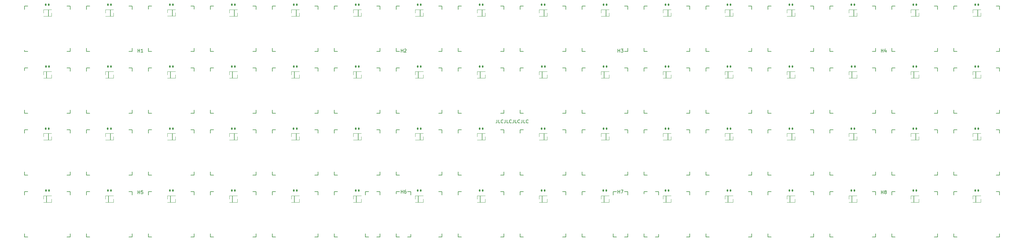
<source format=gbr>
%TF.GenerationSoftware,KiCad,Pcbnew,7.0.2*%
%TF.CreationDate,2023-09-15T07:29:03-04:00*%
%TF.ProjectId,QuicksilverStorm,51756963-6b73-4696-9c76-657253746f72,Mark 2 Rev F*%
%TF.SameCoordinates,Original*%
%TF.FileFunction,Legend,Top*%
%TF.FilePolarity,Positive*%
%FSLAX46Y46*%
G04 Gerber Fmt 4.6, Leading zero omitted, Abs format (unit mm)*
G04 Created by KiCad (PCBNEW 7.0.2) date 2023-09-15 07:29:03*
%MOMM*%
%LPD*%
G01*
G04 APERTURE LIST*
G04 Aperture macros list*
%AMRoundRect*
0 Rectangle with rounded corners*
0 $1 Rounding radius*
0 $2 $3 $4 $5 $6 $7 $8 $9 X,Y pos of 4 corners*
0 Add a 4 corners polygon primitive as box body*
4,1,4,$2,$3,$4,$5,$6,$7,$8,$9,$2,$3,0*
0 Add four circle primitives for the rounded corners*
1,1,$1+$1,$2,$3*
1,1,$1+$1,$4,$5*
1,1,$1+$1,$6,$7*
1,1,$1+$1,$8,$9*
0 Add four rect primitives between the rounded corners*
20,1,$1+$1,$2,$3,$4,$5,0*
20,1,$1+$1,$4,$5,$6,$7,0*
20,1,$1+$1,$6,$7,$8,$9,0*
20,1,$1+$1,$8,$9,$2,$3,0*%
G04 Aperture macros list end*
%ADD10C,0.150000*%
%ADD11C,0.075000*%
%ADD12O,2.122000X1.701800*%
%ADD13C,3.987800*%
%ADD14C,2.286000*%
%ADD15C,2.032000*%
%ADD16C,3.200000*%
%ADD17RoundRect,0.147500X0.147500X0.172500X-0.147500X0.172500X-0.147500X-0.172500X0.147500X-0.172500X0*%
%ADD18R,0.700000X0.700000*%
%ADD19C,0.650000*%
%ADD20O,1.000000X1.600000*%
%ADD21O,1.000000X2.100000*%
%ADD22R,1.700000X1.700000*%
%ADD23O,1.700000X1.700000*%
G04 APERTURE END LIST*
D10*
X177149701Y-109000119D02*
X177149701Y-109714404D01*
X177149701Y-109714404D02*
X177102082Y-109857261D01*
X177102082Y-109857261D02*
X177006844Y-109952500D01*
X177006844Y-109952500D02*
X176863987Y-110000119D01*
X176863987Y-110000119D02*
X176768749Y-110000119D01*
X178102082Y-110000119D02*
X177625892Y-110000119D01*
X177625892Y-110000119D02*
X177625892Y-109000119D01*
X179006844Y-109904880D02*
X178959225Y-109952500D01*
X178959225Y-109952500D02*
X178816368Y-110000119D01*
X178816368Y-110000119D02*
X178721130Y-110000119D01*
X178721130Y-110000119D02*
X178578273Y-109952500D01*
X178578273Y-109952500D02*
X178483035Y-109857261D01*
X178483035Y-109857261D02*
X178435416Y-109762023D01*
X178435416Y-109762023D02*
X178387797Y-109571547D01*
X178387797Y-109571547D02*
X178387797Y-109428690D01*
X178387797Y-109428690D02*
X178435416Y-109238214D01*
X178435416Y-109238214D02*
X178483035Y-109142976D01*
X178483035Y-109142976D02*
X178578273Y-109047738D01*
X178578273Y-109047738D02*
X178721130Y-109000119D01*
X178721130Y-109000119D02*
X178816368Y-109000119D01*
X178816368Y-109000119D02*
X178959225Y-109047738D01*
X178959225Y-109047738D02*
X179006844Y-109095357D01*
X179721130Y-109000119D02*
X179721130Y-109714404D01*
X179721130Y-109714404D02*
X179673511Y-109857261D01*
X179673511Y-109857261D02*
X179578273Y-109952500D01*
X179578273Y-109952500D02*
X179435416Y-110000119D01*
X179435416Y-110000119D02*
X179340178Y-110000119D01*
X180673511Y-110000119D02*
X180197321Y-110000119D01*
X180197321Y-110000119D02*
X180197321Y-109000119D01*
X181578273Y-109904880D02*
X181530654Y-109952500D01*
X181530654Y-109952500D02*
X181387797Y-110000119D01*
X181387797Y-110000119D02*
X181292559Y-110000119D01*
X181292559Y-110000119D02*
X181149702Y-109952500D01*
X181149702Y-109952500D02*
X181054464Y-109857261D01*
X181054464Y-109857261D02*
X181006845Y-109762023D01*
X181006845Y-109762023D02*
X180959226Y-109571547D01*
X180959226Y-109571547D02*
X180959226Y-109428690D01*
X180959226Y-109428690D02*
X181006845Y-109238214D01*
X181006845Y-109238214D02*
X181054464Y-109142976D01*
X181054464Y-109142976D02*
X181149702Y-109047738D01*
X181149702Y-109047738D02*
X181292559Y-109000119D01*
X181292559Y-109000119D02*
X181387797Y-109000119D01*
X181387797Y-109000119D02*
X181530654Y-109047738D01*
X181530654Y-109047738D02*
X181578273Y-109095357D01*
X182292559Y-109000119D02*
X182292559Y-109714404D01*
X182292559Y-109714404D02*
X182244940Y-109857261D01*
X182244940Y-109857261D02*
X182149702Y-109952500D01*
X182149702Y-109952500D02*
X182006845Y-110000119D01*
X182006845Y-110000119D02*
X181911607Y-110000119D01*
X183244940Y-110000119D02*
X182768750Y-110000119D01*
X182768750Y-110000119D02*
X182768750Y-109000119D01*
X184149702Y-109904880D02*
X184102083Y-109952500D01*
X184102083Y-109952500D02*
X183959226Y-110000119D01*
X183959226Y-110000119D02*
X183863988Y-110000119D01*
X183863988Y-110000119D02*
X183721131Y-109952500D01*
X183721131Y-109952500D02*
X183625893Y-109857261D01*
X183625893Y-109857261D02*
X183578274Y-109762023D01*
X183578274Y-109762023D02*
X183530655Y-109571547D01*
X183530655Y-109571547D02*
X183530655Y-109428690D01*
X183530655Y-109428690D02*
X183578274Y-109238214D01*
X183578274Y-109238214D02*
X183625893Y-109142976D01*
X183625893Y-109142976D02*
X183721131Y-109047738D01*
X183721131Y-109047738D02*
X183863988Y-109000119D01*
X183863988Y-109000119D02*
X183959226Y-109000119D01*
X183959226Y-109000119D02*
X184102083Y-109047738D01*
X184102083Y-109047738D02*
X184149702Y-109095357D01*
X184863988Y-109000119D02*
X184863988Y-109714404D01*
X184863988Y-109714404D02*
X184816369Y-109857261D01*
X184816369Y-109857261D02*
X184721131Y-109952500D01*
X184721131Y-109952500D02*
X184578274Y-110000119D01*
X184578274Y-110000119D02*
X184483036Y-110000119D01*
X185816369Y-110000119D02*
X185340179Y-110000119D01*
X185340179Y-110000119D02*
X185340179Y-109000119D01*
X186721131Y-109904880D02*
X186673512Y-109952500D01*
X186673512Y-109952500D02*
X186530655Y-110000119D01*
X186530655Y-110000119D02*
X186435417Y-110000119D01*
X186435417Y-110000119D02*
X186292560Y-109952500D01*
X186292560Y-109952500D02*
X186197322Y-109857261D01*
X186197322Y-109857261D02*
X186149703Y-109762023D01*
X186149703Y-109762023D02*
X186102084Y-109571547D01*
X186102084Y-109571547D02*
X186102084Y-109428690D01*
X186102084Y-109428690D02*
X186149703Y-109238214D01*
X186149703Y-109238214D02*
X186197322Y-109142976D01*
X186197322Y-109142976D02*
X186292560Y-109047738D01*
X186292560Y-109047738D02*
X186435417Y-109000119D01*
X186435417Y-109000119D02*
X186530655Y-109000119D01*
X186530655Y-109000119D02*
X186673512Y-109047738D01*
X186673512Y-109047738D02*
X186721131Y-109095357D01*
%TO.C,H1*%
X66706845Y-88200119D02*
X66706845Y-87200119D01*
X66706845Y-87676309D02*
X67278273Y-87676309D01*
X67278273Y-88200119D02*
X67278273Y-87200119D01*
X68278273Y-88200119D02*
X67706845Y-88200119D01*
X67992559Y-88200119D02*
X67992559Y-87200119D01*
X67992559Y-87200119D02*
X67897321Y-87342976D01*
X67897321Y-87342976D02*
X67802083Y-87438214D01*
X67802083Y-87438214D02*
X67706845Y-87485833D01*
%TO.C,H2*%
X147669345Y-88205819D02*
X147669345Y-87205819D01*
X147669345Y-87682009D02*
X148240773Y-87682009D01*
X148240773Y-88205819D02*
X148240773Y-87205819D01*
X148669345Y-87301057D02*
X148716964Y-87253438D01*
X148716964Y-87253438D02*
X148812202Y-87205819D01*
X148812202Y-87205819D02*
X149050297Y-87205819D01*
X149050297Y-87205819D02*
X149145535Y-87253438D01*
X149145535Y-87253438D02*
X149193154Y-87301057D01*
X149193154Y-87301057D02*
X149240773Y-87396295D01*
X149240773Y-87396295D02*
X149240773Y-87491533D01*
X149240773Y-87491533D02*
X149193154Y-87634390D01*
X149193154Y-87634390D02*
X148621726Y-88205819D01*
X148621726Y-88205819D02*
X149240773Y-88205819D01*
%TO.C,H3*%
X214344345Y-88200119D02*
X214344345Y-87200119D01*
X214344345Y-87676309D02*
X214915773Y-87676309D01*
X214915773Y-88200119D02*
X214915773Y-87200119D01*
X215296726Y-87200119D02*
X215915773Y-87200119D01*
X215915773Y-87200119D02*
X215582440Y-87581071D01*
X215582440Y-87581071D02*
X215725297Y-87581071D01*
X215725297Y-87581071D02*
X215820535Y-87628690D01*
X215820535Y-87628690D02*
X215868154Y-87676309D01*
X215868154Y-87676309D02*
X215915773Y-87771547D01*
X215915773Y-87771547D02*
X215915773Y-88009642D01*
X215915773Y-88009642D02*
X215868154Y-88104880D01*
X215868154Y-88104880D02*
X215820535Y-88152500D01*
X215820535Y-88152500D02*
X215725297Y-88200119D01*
X215725297Y-88200119D02*
X215439583Y-88200119D01*
X215439583Y-88200119D02*
X215344345Y-88152500D01*
X215344345Y-88152500D02*
X215296726Y-88104880D01*
%TO.C,H4*%
X295302045Y-88200119D02*
X295302045Y-87200119D01*
X295302045Y-87676309D02*
X295873473Y-87676309D01*
X295873473Y-88200119D02*
X295873473Y-87200119D01*
X296778235Y-87533452D02*
X296778235Y-88200119D01*
X296540140Y-87152500D02*
X296302045Y-87866785D01*
X296302045Y-87866785D02*
X296921092Y-87866785D01*
%TO.C,H5*%
X66706845Y-131800119D02*
X66706845Y-130800119D01*
X66706845Y-131276309D02*
X67278273Y-131276309D01*
X67278273Y-131800119D02*
X67278273Y-130800119D01*
X68230654Y-130800119D02*
X67754464Y-130800119D01*
X67754464Y-130800119D02*
X67706845Y-131276309D01*
X67706845Y-131276309D02*
X67754464Y-131228690D01*
X67754464Y-131228690D02*
X67849702Y-131181071D01*
X67849702Y-131181071D02*
X68087797Y-131181071D01*
X68087797Y-131181071D02*
X68183035Y-131228690D01*
X68183035Y-131228690D02*
X68230654Y-131276309D01*
X68230654Y-131276309D02*
X68278273Y-131371547D01*
X68278273Y-131371547D02*
X68278273Y-131609642D01*
X68278273Y-131609642D02*
X68230654Y-131704880D01*
X68230654Y-131704880D02*
X68183035Y-131752500D01*
X68183035Y-131752500D02*
X68087797Y-131800119D01*
X68087797Y-131800119D02*
X67849702Y-131800119D01*
X67849702Y-131800119D02*
X67754464Y-131752500D01*
X67754464Y-131752500D02*
X67706845Y-131704880D01*
%TO.C,H6*%
X147669345Y-131658219D02*
X147669345Y-130658219D01*
X147669345Y-131134409D02*
X148240773Y-131134409D01*
X148240773Y-131658219D02*
X148240773Y-130658219D01*
X149145535Y-130658219D02*
X148955059Y-130658219D01*
X148955059Y-130658219D02*
X148859821Y-130705838D01*
X148859821Y-130705838D02*
X148812202Y-130753457D01*
X148812202Y-130753457D02*
X148716964Y-130896314D01*
X148716964Y-130896314D02*
X148669345Y-131086790D01*
X148669345Y-131086790D02*
X148669345Y-131467742D01*
X148669345Y-131467742D02*
X148716964Y-131562980D01*
X148716964Y-131562980D02*
X148764583Y-131610600D01*
X148764583Y-131610600D02*
X148859821Y-131658219D01*
X148859821Y-131658219D02*
X149050297Y-131658219D01*
X149050297Y-131658219D02*
X149145535Y-131610600D01*
X149145535Y-131610600D02*
X149193154Y-131562980D01*
X149193154Y-131562980D02*
X149240773Y-131467742D01*
X149240773Y-131467742D02*
X149240773Y-131229647D01*
X149240773Y-131229647D02*
X149193154Y-131134409D01*
X149193154Y-131134409D02*
X149145535Y-131086790D01*
X149145535Y-131086790D02*
X149050297Y-131039171D01*
X149050297Y-131039171D02*
X148859821Y-131039171D01*
X148859821Y-131039171D02*
X148764583Y-131086790D01*
X148764583Y-131086790D02*
X148716964Y-131134409D01*
X148716964Y-131134409D02*
X148669345Y-131229647D01*
%TO.C,H7*%
X214344345Y-131658219D02*
X214344345Y-130658219D01*
X214344345Y-131134409D02*
X214915773Y-131134409D01*
X214915773Y-131658219D02*
X214915773Y-130658219D01*
X215296726Y-130658219D02*
X215963392Y-130658219D01*
X215963392Y-130658219D02*
X215534821Y-131658219D01*
%TO.C,H8*%
X295302045Y-131800119D02*
X295302045Y-130800119D01*
X295302045Y-131276309D02*
X295873473Y-131276309D01*
X295873473Y-131800119D02*
X295873473Y-130800119D01*
X296492521Y-131228690D02*
X296397283Y-131181071D01*
X296397283Y-131181071D02*
X296349664Y-131133452D01*
X296349664Y-131133452D02*
X296302045Y-131038214D01*
X296302045Y-131038214D02*
X296302045Y-130990595D01*
X296302045Y-130990595D02*
X296349664Y-130895357D01*
X296349664Y-130895357D02*
X296397283Y-130847738D01*
X296397283Y-130847738D02*
X296492521Y-130800119D01*
X296492521Y-130800119D02*
X296682997Y-130800119D01*
X296682997Y-130800119D02*
X296778235Y-130847738D01*
X296778235Y-130847738D02*
X296825854Y-130895357D01*
X296825854Y-130895357D02*
X296873473Y-130990595D01*
X296873473Y-130990595D02*
X296873473Y-131038214D01*
X296873473Y-131038214D02*
X296825854Y-131133452D01*
X296825854Y-131133452D02*
X296778235Y-131181071D01*
X296778235Y-131181071D02*
X296682997Y-131228690D01*
X296682997Y-131228690D02*
X296492521Y-131228690D01*
X296492521Y-131228690D02*
X296397283Y-131276309D01*
X296397283Y-131276309D02*
X296349664Y-131323928D01*
X296349664Y-131323928D02*
X296302045Y-131419166D01*
X296302045Y-131419166D02*
X296302045Y-131609642D01*
X296302045Y-131609642D02*
X296349664Y-131704880D01*
X296349664Y-131704880D02*
X296397283Y-131752500D01*
X296397283Y-131752500D02*
X296492521Y-131800119D01*
X296492521Y-131800119D02*
X296682997Y-131800119D01*
X296682997Y-131800119D02*
X296778235Y-131752500D01*
X296778235Y-131752500D02*
X296825854Y-131704880D01*
X296825854Y-131704880D02*
X296873473Y-131609642D01*
X296873473Y-131609642D02*
X296873473Y-131419166D01*
X296873473Y-131419166D02*
X296825854Y-131323928D01*
X296825854Y-131323928D02*
X296778235Y-131276309D01*
X296778235Y-131276309D02*
X296682997Y-131228690D01*
%TO.C,K2*%
X64943750Y-86962500D02*
X64943750Y-87962500D01*
X64943750Y-73962500D02*
X64943750Y-74962500D01*
X64943750Y-73962500D02*
X63943750Y-73962500D01*
X63943750Y-87962500D02*
X64943750Y-87962500D01*
X51943750Y-73962500D02*
X50943750Y-73962500D01*
X50943750Y-87962500D02*
X51943750Y-87962500D01*
X50943750Y-87962500D02*
X50943750Y-86962500D01*
X50943750Y-74962500D02*
X50943750Y-73962500D01*
%TO.C,K3*%
X83993750Y-86949800D02*
X83993750Y-87949800D01*
X83993750Y-73949800D02*
X83993750Y-74949800D01*
X83993750Y-73949800D02*
X82993750Y-73949800D01*
X82993750Y-87949800D02*
X83993750Y-87949800D01*
X70993750Y-73949800D02*
X69993750Y-73949800D01*
X69993750Y-87949800D02*
X70993750Y-87949800D01*
X69993750Y-87949800D02*
X69993750Y-86949800D01*
X69993750Y-74949800D02*
X69993750Y-73949800D01*
%TO.C,K6*%
X141143750Y-86962500D02*
X141143750Y-87962500D01*
X141143750Y-73962500D02*
X141143750Y-74962500D01*
X141143750Y-73962500D02*
X140143750Y-73962500D01*
X140143750Y-87962500D02*
X141143750Y-87962500D01*
X128143750Y-73962500D02*
X127143750Y-73962500D01*
X127143750Y-87962500D02*
X128143750Y-87962500D01*
X127143750Y-87962500D02*
X127143750Y-86962500D01*
X127143750Y-74962500D02*
X127143750Y-73962500D01*
%TO.C,K7*%
X160193750Y-86962500D02*
X160193750Y-87962500D01*
X160193750Y-73962500D02*
X160193750Y-74962500D01*
X160193750Y-73962500D02*
X159193750Y-73962500D01*
X159193750Y-87962500D02*
X160193750Y-87962500D01*
X147193750Y-73962500D02*
X146193750Y-73962500D01*
X146193750Y-87962500D02*
X147193750Y-87962500D01*
X146193750Y-87962500D02*
X146193750Y-86962500D01*
X146193750Y-74962500D02*
X146193750Y-73962500D01*
%TO.C,K8*%
X179243750Y-86962500D02*
X179243750Y-87962500D01*
X179243750Y-73962500D02*
X179243750Y-74962500D01*
X179243750Y-73962500D02*
X178243750Y-73962500D01*
X178243750Y-87962500D02*
X179243750Y-87962500D01*
X166243750Y-73962500D02*
X165243750Y-73962500D01*
X165243750Y-87962500D02*
X166243750Y-87962500D01*
X165243750Y-87962500D02*
X165243750Y-86962500D01*
X165243750Y-74962500D02*
X165243750Y-73962500D01*
%TO.C,K9*%
X198293750Y-86962500D02*
X198293750Y-87962500D01*
X198293750Y-73962500D02*
X198293750Y-74962500D01*
X198293750Y-73962500D02*
X197293750Y-73962500D01*
X197293750Y-87962500D02*
X198293750Y-87962500D01*
X185293750Y-73962500D02*
X184293750Y-73962500D01*
X184293750Y-87962500D02*
X185293750Y-87962500D01*
X184293750Y-87962500D02*
X184293750Y-86962500D01*
X184293750Y-74962500D02*
X184293750Y-73962500D01*
%TO.C,K10*%
X217343750Y-86962500D02*
X217343750Y-87962500D01*
X217343750Y-73962500D02*
X217343750Y-74962500D01*
X217343750Y-73962500D02*
X216343750Y-73962500D01*
X216343750Y-87962500D02*
X217343750Y-87962500D01*
X204343750Y-73962500D02*
X203343750Y-73962500D01*
X203343750Y-87962500D02*
X204343750Y-87962500D01*
X203343750Y-87962500D02*
X203343750Y-86962500D01*
X203343750Y-74962500D02*
X203343750Y-73962500D01*
%TO.C,K11*%
X236393750Y-86962500D02*
X236393750Y-87962500D01*
X236393750Y-73962500D02*
X236393750Y-74962500D01*
X236393750Y-73962500D02*
X235393750Y-73962500D01*
X235393750Y-87962500D02*
X236393750Y-87962500D01*
X223393750Y-73962500D02*
X222393750Y-73962500D01*
X222393750Y-87962500D02*
X223393750Y-87962500D01*
X222393750Y-87962500D02*
X222393750Y-86962500D01*
X222393750Y-74962500D02*
X222393750Y-73962500D01*
%TO.C,K12*%
X255443750Y-86962500D02*
X255443750Y-87962500D01*
X255443750Y-73962500D02*
X255443750Y-74962500D01*
X255443750Y-73962500D02*
X254443750Y-73962500D01*
X254443750Y-87962500D02*
X255443750Y-87962500D01*
X242443750Y-73962500D02*
X241443750Y-73962500D01*
X241443750Y-87962500D02*
X242443750Y-87962500D01*
X241443750Y-87962500D02*
X241443750Y-86962500D01*
X241443750Y-74962500D02*
X241443750Y-73962500D01*
%TO.C,K13*%
X274493750Y-86962500D02*
X274493750Y-87962500D01*
X274493750Y-73962500D02*
X274493750Y-74962500D01*
X274493750Y-73962500D02*
X273493750Y-73962500D01*
X273493750Y-87962500D02*
X274493750Y-87962500D01*
X261493750Y-73962500D02*
X260493750Y-73962500D01*
X260493750Y-87962500D02*
X261493750Y-87962500D01*
X260493750Y-87962500D02*
X260493750Y-86962500D01*
X260493750Y-74962500D02*
X260493750Y-73962500D01*
%TO.C,K14*%
X293543750Y-86962500D02*
X293543750Y-87962500D01*
X293543750Y-73962500D02*
X293543750Y-74962500D01*
X293543750Y-73962500D02*
X292543750Y-73962500D01*
X292543750Y-87962500D02*
X293543750Y-87962500D01*
X280543750Y-73962500D02*
X279543750Y-73962500D01*
X279543750Y-87962500D02*
X280543750Y-87962500D01*
X279543750Y-87962500D02*
X279543750Y-86962500D01*
X279543750Y-74962500D02*
X279543750Y-73962500D01*
%TO.C,K15*%
X312593750Y-86962500D02*
X312593750Y-87962500D01*
X312593750Y-73962500D02*
X312593750Y-74962500D01*
X312593750Y-73962500D02*
X311593750Y-73962500D01*
X311593750Y-87962500D02*
X312593750Y-87962500D01*
X299593750Y-73962500D02*
X298593750Y-73962500D01*
X298593750Y-87962500D02*
X299593750Y-87962500D01*
X298593750Y-87962500D02*
X298593750Y-86962500D01*
X298593750Y-74962500D02*
X298593750Y-73962500D01*
%TO.C,K16*%
X331643750Y-86962500D02*
X331643750Y-87962500D01*
X331643750Y-73962500D02*
X331643750Y-74962500D01*
X331643750Y-73962500D02*
X330643750Y-73962500D01*
X330643750Y-87962500D02*
X331643750Y-87962500D01*
X318643750Y-73962500D02*
X317643750Y-73962500D01*
X317643750Y-87962500D02*
X318643750Y-87962500D01*
X317643750Y-87962500D02*
X317643750Y-86962500D01*
X317643750Y-74962500D02*
X317643750Y-73962500D01*
%TO.C,K17*%
X45893750Y-106012500D02*
X45893750Y-107012500D01*
X45893750Y-93012500D02*
X45893750Y-94012500D01*
X45893750Y-93012500D02*
X44893750Y-93012500D01*
X44893750Y-107012500D02*
X45893750Y-107012500D01*
X32893750Y-93012500D02*
X31893750Y-93012500D01*
X31893750Y-107012500D02*
X32893750Y-107012500D01*
X31893750Y-107012500D02*
X31893750Y-106012500D01*
X31893750Y-94012500D02*
X31893750Y-93012500D01*
%TO.C,K18*%
X64943750Y-106012500D02*
X64943750Y-107012500D01*
X64943750Y-93012500D02*
X64943750Y-94012500D01*
X64943750Y-93012500D02*
X63943750Y-93012500D01*
X63943750Y-107012500D02*
X64943750Y-107012500D01*
X51943750Y-93012500D02*
X50943750Y-93012500D01*
X50943750Y-107012500D02*
X51943750Y-107012500D01*
X50943750Y-107012500D02*
X50943750Y-106012500D01*
X50943750Y-94012500D02*
X50943750Y-93012500D01*
%TO.C,K19*%
X83993750Y-106012500D02*
X83993750Y-107012500D01*
X83993750Y-93012500D02*
X83993750Y-94012500D01*
X83993750Y-93012500D02*
X82993750Y-93012500D01*
X82993750Y-107012500D02*
X83993750Y-107012500D01*
X70993750Y-93012500D02*
X69993750Y-93012500D01*
X69993750Y-107012500D02*
X70993750Y-107012500D01*
X69993750Y-107012500D02*
X69993750Y-106012500D01*
X69993750Y-94012500D02*
X69993750Y-93012500D01*
%TO.C,K22*%
X141143750Y-106012500D02*
X141143750Y-107012500D01*
X141143750Y-93012500D02*
X141143750Y-94012500D01*
X141143750Y-93012500D02*
X140143750Y-93012500D01*
X140143750Y-107012500D02*
X141143750Y-107012500D01*
X128143750Y-93012500D02*
X127143750Y-93012500D01*
X127143750Y-107012500D02*
X128143750Y-107012500D01*
X127143750Y-107012500D02*
X127143750Y-106012500D01*
X127143750Y-94012500D02*
X127143750Y-93012500D01*
%TO.C,K23*%
X160193750Y-106012500D02*
X160193750Y-107012500D01*
X160193750Y-93012500D02*
X160193750Y-94012500D01*
X160193750Y-93012500D02*
X159193750Y-93012500D01*
X159193750Y-107012500D02*
X160193750Y-107012500D01*
X147193750Y-93012500D02*
X146193750Y-93012500D01*
X146193750Y-107012500D02*
X147193750Y-107012500D01*
X146193750Y-107012500D02*
X146193750Y-106012500D01*
X146193750Y-94012500D02*
X146193750Y-93012500D01*
%TO.C,K24*%
X179243750Y-106012500D02*
X179243750Y-107012500D01*
X179243750Y-93012500D02*
X179243750Y-94012500D01*
X179243750Y-93012500D02*
X178243750Y-93012500D01*
X178243750Y-107012500D02*
X179243750Y-107012500D01*
X166243750Y-93012500D02*
X165243750Y-93012500D01*
X165243750Y-107012500D02*
X166243750Y-107012500D01*
X165243750Y-107012500D02*
X165243750Y-106012500D01*
X165243750Y-94012500D02*
X165243750Y-93012500D01*
%TO.C,K25*%
X198293750Y-106012500D02*
X198293750Y-107012500D01*
X198293750Y-93012500D02*
X198293750Y-94012500D01*
X198293750Y-93012500D02*
X197293750Y-93012500D01*
X197293750Y-107012500D02*
X198293750Y-107012500D01*
X185293750Y-93012500D02*
X184293750Y-93012500D01*
X184293750Y-107012500D02*
X185293750Y-107012500D01*
X184293750Y-107012500D02*
X184293750Y-106012500D01*
X184293750Y-94012500D02*
X184293750Y-93012500D01*
%TO.C,K26*%
X217343750Y-106012500D02*
X217343750Y-107012500D01*
X217343750Y-93012500D02*
X217343750Y-94012500D01*
X217343750Y-93012500D02*
X216343750Y-93012500D01*
X216343750Y-107012500D02*
X217343750Y-107012500D01*
X204343750Y-93012500D02*
X203343750Y-93012500D01*
X203343750Y-107012500D02*
X204343750Y-107012500D01*
X203343750Y-107012500D02*
X203343750Y-106012500D01*
X203343750Y-94012500D02*
X203343750Y-93012500D01*
%TO.C,K27*%
X236393750Y-106012500D02*
X236393750Y-107012500D01*
X236393750Y-93012500D02*
X236393750Y-94012500D01*
X236393750Y-93012500D02*
X235393750Y-93012500D01*
X235393750Y-107012500D02*
X236393750Y-107012500D01*
X223393750Y-93012500D02*
X222393750Y-93012500D01*
X222393750Y-107012500D02*
X223393750Y-107012500D01*
X222393750Y-107012500D02*
X222393750Y-106012500D01*
X222393750Y-94012500D02*
X222393750Y-93012500D01*
%TO.C,K28*%
X255443750Y-106012500D02*
X255443750Y-107012500D01*
X255443750Y-93012500D02*
X255443750Y-94012500D01*
X255443750Y-93012500D02*
X254443750Y-93012500D01*
X254443750Y-107012500D02*
X255443750Y-107012500D01*
X242443750Y-93012500D02*
X241443750Y-93012500D01*
X241443750Y-107012500D02*
X242443750Y-107012500D01*
X241443750Y-107012500D02*
X241443750Y-106012500D01*
X241443750Y-94012500D02*
X241443750Y-93012500D01*
%TO.C,K29*%
X274493750Y-106012500D02*
X274493750Y-107012500D01*
X274493750Y-93012500D02*
X274493750Y-94012500D01*
X274493750Y-93012500D02*
X273493750Y-93012500D01*
X273493750Y-107012500D02*
X274493750Y-107012500D01*
X261493750Y-93012500D02*
X260493750Y-93012500D01*
X260493750Y-107012500D02*
X261493750Y-107012500D01*
X260493750Y-107012500D02*
X260493750Y-106012500D01*
X260493750Y-94012500D02*
X260493750Y-93012500D01*
%TO.C,K30*%
X293543750Y-106012500D02*
X293543750Y-107012500D01*
X293543750Y-93012500D02*
X293543750Y-94012500D01*
X293543750Y-93012500D02*
X292543750Y-93012500D01*
X292543750Y-107012500D02*
X293543750Y-107012500D01*
X280543750Y-93012500D02*
X279543750Y-93012500D01*
X279543750Y-107012500D02*
X280543750Y-107012500D01*
X279543750Y-107012500D02*
X279543750Y-106012500D01*
X279543750Y-94012500D02*
X279543750Y-93012500D01*
%TO.C,K31*%
X312593750Y-106012500D02*
X312593750Y-107012500D01*
X312593750Y-93012500D02*
X312593750Y-94012500D01*
X312593750Y-93012500D02*
X311593750Y-93012500D01*
X311593750Y-107012500D02*
X312593750Y-107012500D01*
X299593750Y-93012500D02*
X298593750Y-93012500D01*
X298593750Y-107012500D02*
X299593750Y-107012500D01*
X298593750Y-107012500D02*
X298593750Y-106012500D01*
X298593750Y-94012500D02*
X298593750Y-93012500D01*
%TO.C,K32*%
X331643750Y-106012500D02*
X331643750Y-107012500D01*
X331643750Y-93012500D02*
X331643750Y-94012500D01*
X331643750Y-93012500D02*
X330643750Y-93012500D01*
X330643750Y-107012500D02*
X331643750Y-107012500D01*
X318643750Y-93012500D02*
X317643750Y-93012500D01*
X317643750Y-107012500D02*
X318643750Y-107012500D01*
X317643750Y-107012500D02*
X317643750Y-106012500D01*
X317643750Y-94012500D02*
X317643750Y-93012500D01*
%TO.C,K33*%
X45893750Y-125062500D02*
X45893750Y-126062500D01*
X45893750Y-112062500D02*
X45893750Y-113062500D01*
X45893750Y-112062500D02*
X44893750Y-112062500D01*
X44893750Y-126062500D02*
X45893750Y-126062500D01*
X32893750Y-112062500D02*
X31893750Y-112062500D01*
X31893750Y-126062500D02*
X32893750Y-126062500D01*
X31893750Y-126062500D02*
X31893750Y-125062500D01*
X31893750Y-113062500D02*
X31893750Y-112062500D01*
%TO.C,K34*%
X64943750Y-125062500D02*
X64943750Y-126062500D01*
X64943750Y-112062500D02*
X64943750Y-113062500D01*
X64943750Y-112062500D02*
X63943750Y-112062500D01*
X63943750Y-126062500D02*
X64943750Y-126062500D01*
X51943750Y-112062500D02*
X50943750Y-112062500D01*
X50943750Y-126062500D02*
X51943750Y-126062500D01*
X50943750Y-126062500D02*
X50943750Y-125062500D01*
X50943750Y-113062500D02*
X50943750Y-112062500D01*
%TO.C,K35*%
X83993750Y-125062500D02*
X83993750Y-126062500D01*
X83993750Y-112062500D02*
X83993750Y-113062500D01*
X83993750Y-112062500D02*
X82993750Y-112062500D01*
X82993750Y-126062500D02*
X83993750Y-126062500D01*
X70993750Y-112062500D02*
X69993750Y-112062500D01*
X69993750Y-126062500D02*
X70993750Y-126062500D01*
X69993750Y-126062500D02*
X69993750Y-125062500D01*
X69993750Y-113062500D02*
X69993750Y-112062500D01*
%TO.C,K36*%
X103043750Y-125062500D02*
X103043750Y-126062500D01*
X103043750Y-112062500D02*
X103043750Y-113062500D01*
X103043750Y-112062500D02*
X102043750Y-112062500D01*
X102043750Y-126062500D02*
X103043750Y-126062500D01*
X90043750Y-112062500D02*
X89043750Y-112062500D01*
X89043750Y-126062500D02*
X90043750Y-126062500D01*
X89043750Y-126062500D02*
X89043750Y-125062500D01*
X89043750Y-113062500D02*
X89043750Y-112062500D01*
%TO.C,K37*%
X122093750Y-125062500D02*
X122093750Y-126062500D01*
X122093750Y-112062500D02*
X122093750Y-113062500D01*
X122093750Y-112062500D02*
X121093750Y-112062500D01*
X121093750Y-126062500D02*
X122093750Y-126062500D01*
X109093750Y-112062500D02*
X108093750Y-112062500D01*
X108093750Y-126062500D02*
X109093750Y-126062500D01*
X108093750Y-126062500D02*
X108093750Y-125062500D01*
X108093750Y-113062500D02*
X108093750Y-112062500D01*
%TO.C,K38*%
X141143750Y-125062500D02*
X141143750Y-126062500D01*
X141143750Y-112062500D02*
X141143750Y-113062500D01*
X141143750Y-112062500D02*
X140143750Y-112062500D01*
X140143750Y-126062500D02*
X141143750Y-126062500D01*
X128143750Y-112062500D02*
X127143750Y-112062500D01*
X127143750Y-126062500D02*
X128143750Y-126062500D01*
X127143750Y-126062500D02*
X127143750Y-125062500D01*
X127143750Y-113062500D02*
X127143750Y-112062500D01*
%TO.C,K39*%
X160193750Y-125062500D02*
X160193750Y-126062500D01*
X160193750Y-112062500D02*
X160193750Y-113062500D01*
X160193750Y-112062500D02*
X159193750Y-112062500D01*
X159193750Y-126062500D02*
X160193750Y-126062500D01*
X147193750Y-112062500D02*
X146193750Y-112062500D01*
X146193750Y-126062500D02*
X147193750Y-126062500D01*
X146193750Y-126062500D02*
X146193750Y-125062500D01*
X146193750Y-113062500D02*
X146193750Y-112062500D01*
%TO.C,K40*%
X179243750Y-125062500D02*
X179243750Y-126062500D01*
X179243750Y-112062500D02*
X179243750Y-113062500D01*
X179243750Y-112062500D02*
X178243750Y-112062500D01*
X178243750Y-126062500D02*
X179243750Y-126062500D01*
X166243750Y-112062500D02*
X165243750Y-112062500D01*
X165243750Y-126062500D02*
X166243750Y-126062500D01*
X165243750Y-126062500D02*
X165243750Y-125062500D01*
X165243750Y-113062500D02*
X165243750Y-112062500D01*
%TO.C,K41*%
X198293750Y-125062500D02*
X198293750Y-126062500D01*
X198293750Y-112062500D02*
X198293750Y-113062500D01*
X198293750Y-112062500D02*
X197293750Y-112062500D01*
X197293750Y-126062500D02*
X198293750Y-126062500D01*
X185293750Y-112062500D02*
X184293750Y-112062500D01*
X184293750Y-126062500D02*
X185293750Y-126062500D01*
X184293750Y-126062500D02*
X184293750Y-125062500D01*
X184293750Y-113062500D02*
X184293750Y-112062500D01*
%TO.C,K42*%
X217343750Y-125062500D02*
X217343750Y-126062500D01*
X217343750Y-112062500D02*
X217343750Y-113062500D01*
X217343750Y-112062500D02*
X216343750Y-112062500D01*
X216343750Y-126062500D02*
X217343750Y-126062500D01*
X204343750Y-112062500D02*
X203343750Y-112062500D01*
X203343750Y-126062500D02*
X204343750Y-126062500D01*
X203343750Y-126062500D02*
X203343750Y-125062500D01*
X203343750Y-113062500D02*
X203343750Y-112062500D01*
%TO.C,K43*%
X236393750Y-125062500D02*
X236393750Y-126062500D01*
X236393750Y-112062500D02*
X236393750Y-113062500D01*
X236393750Y-112062500D02*
X235393750Y-112062500D01*
X235393750Y-126062500D02*
X236393750Y-126062500D01*
X223393750Y-112062500D02*
X222393750Y-112062500D01*
X222393750Y-126062500D02*
X223393750Y-126062500D01*
X222393750Y-126062500D02*
X222393750Y-125062500D01*
X222393750Y-113062500D02*
X222393750Y-112062500D01*
%TO.C,K44*%
X255443750Y-125062500D02*
X255443750Y-126062500D01*
X255443750Y-112062500D02*
X255443750Y-113062500D01*
X255443750Y-112062500D02*
X254443750Y-112062500D01*
X254443750Y-126062500D02*
X255443750Y-126062500D01*
X242443750Y-112062500D02*
X241443750Y-112062500D01*
X241443750Y-126062500D02*
X242443750Y-126062500D01*
X241443750Y-126062500D02*
X241443750Y-125062500D01*
X241443750Y-113062500D02*
X241443750Y-112062500D01*
%TO.C,K45*%
X274493750Y-125062500D02*
X274493750Y-126062500D01*
X274493750Y-112062500D02*
X274493750Y-113062500D01*
X274493750Y-112062500D02*
X273493750Y-112062500D01*
X273493750Y-126062500D02*
X274493750Y-126062500D01*
X261493750Y-112062500D02*
X260493750Y-112062500D01*
X260493750Y-126062500D02*
X261493750Y-126062500D01*
X260493750Y-126062500D02*
X260493750Y-125062500D01*
X260493750Y-113062500D02*
X260493750Y-112062500D01*
%TO.C,K46*%
X293543750Y-125062500D02*
X293543750Y-126062500D01*
X293543750Y-112062500D02*
X293543750Y-113062500D01*
X293543750Y-112062500D02*
X292543750Y-112062500D01*
X292543750Y-126062500D02*
X293543750Y-126062500D01*
X280543750Y-112062500D02*
X279543750Y-112062500D01*
X279543750Y-126062500D02*
X280543750Y-126062500D01*
X279543750Y-126062500D02*
X279543750Y-125062500D01*
X279543750Y-113062500D02*
X279543750Y-112062500D01*
%TO.C,K47*%
X312593750Y-125062500D02*
X312593750Y-126062500D01*
X312593750Y-112062500D02*
X312593750Y-113062500D01*
X312593750Y-112062500D02*
X311593750Y-112062500D01*
X311593750Y-126062500D02*
X312593750Y-126062500D01*
X299593750Y-112062500D02*
X298593750Y-112062500D01*
X298593750Y-126062500D02*
X299593750Y-126062500D01*
X298593750Y-126062500D02*
X298593750Y-125062500D01*
X298593750Y-113062500D02*
X298593750Y-112062500D01*
%TO.C,K48*%
X331643750Y-125062500D02*
X331643750Y-126062500D01*
X331643750Y-112062500D02*
X331643750Y-113062500D01*
X331643750Y-112062500D02*
X330643750Y-112062500D01*
X330643750Y-126062500D02*
X331643750Y-126062500D01*
X318643750Y-112062500D02*
X317643750Y-112062500D01*
X317643750Y-126062500D02*
X318643750Y-126062500D01*
X317643750Y-126062500D02*
X317643750Y-125062500D01*
X317643750Y-113062500D02*
X317643750Y-112062500D01*
%TO.C,K49*%
X45893750Y-144112500D02*
X45893750Y-145112500D01*
X45893750Y-131112500D02*
X45893750Y-132112500D01*
X45893750Y-131112500D02*
X44893750Y-131112500D01*
X44893750Y-145112500D02*
X45893750Y-145112500D01*
X32893750Y-131112500D02*
X31893750Y-131112500D01*
X31893750Y-145112500D02*
X32893750Y-145112500D01*
X31893750Y-145112500D02*
X31893750Y-144112500D01*
X31893750Y-132112500D02*
X31893750Y-131112500D01*
%TO.C,K50*%
X64943750Y-144112500D02*
X64943750Y-145112500D01*
X64943750Y-131112500D02*
X64943750Y-132112500D01*
X64943750Y-131112500D02*
X63943750Y-131112500D01*
X63943750Y-145112500D02*
X64943750Y-145112500D01*
X51943750Y-131112500D02*
X50943750Y-131112500D01*
X50943750Y-145112500D02*
X51943750Y-145112500D01*
X50943750Y-145112500D02*
X50943750Y-144112500D01*
X50943750Y-132112500D02*
X50943750Y-131112500D01*
%TO.C,K51*%
X83993750Y-144112500D02*
X83993750Y-145112500D01*
X83993750Y-131112500D02*
X83993750Y-132112500D01*
X83993750Y-131112500D02*
X82993750Y-131112500D01*
X82993750Y-145112500D02*
X83993750Y-145112500D01*
X70993750Y-131112500D02*
X69993750Y-131112500D01*
X69993750Y-145112500D02*
X70993750Y-145112500D01*
X69993750Y-145112500D02*
X69993750Y-144112500D01*
X69993750Y-132112500D02*
X69993750Y-131112500D01*
%TO.C,K52*%
X103043750Y-144112500D02*
X103043750Y-145112500D01*
X103043750Y-131112500D02*
X103043750Y-132112500D01*
X103043750Y-131112500D02*
X102043750Y-131112500D01*
X102043750Y-145112500D02*
X103043750Y-145112500D01*
X90043750Y-131112500D02*
X89043750Y-131112500D01*
X89043750Y-145112500D02*
X90043750Y-145112500D01*
X89043750Y-145112500D02*
X89043750Y-144112500D01*
X89043750Y-132112500D02*
X89043750Y-131112500D01*
%TO.C,K53*%
X122093750Y-144112500D02*
X122093750Y-145112500D01*
X122093750Y-131112500D02*
X122093750Y-132112500D01*
X122093750Y-131112500D02*
X121093750Y-131112500D01*
X121093750Y-145112500D02*
X122093750Y-145112500D01*
X109093750Y-131112500D02*
X108093750Y-131112500D01*
X108093750Y-145112500D02*
X109093750Y-145112500D01*
X108093750Y-145112500D02*
X108093750Y-144112500D01*
X108093750Y-132112500D02*
X108093750Y-131112500D01*
%TO.C,K54*%
X141143750Y-144112500D02*
X141143750Y-145112500D01*
X141143750Y-131112500D02*
X141143750Y-132112500D01*
X141143750Y-131112500D02*
X140143750Y-131112500D01*
X140143750Y-145112500D02*
X141143750Y-145112500D01*
X128143750Y-131112500D02*
X127143750Y-131112500D01*
X127143750Y-145112500D02*
X128143750Y-145112500D01*
X127143750Y-145112500D02*
X127143750Y-144112500D01*
X127143750Y-132112500D02*
X127143750Y-131112500D01*
%TO.C,K55*%
X160193750Y-144112500D02*
X160193750Y-145112500D01*
X160193750Y-131112500D02*
X160193750Y-132112500D01*
X160193750Y-131112500D02*
X159193750Y-131112500D01*
X159193750Y-145112500D02*
X160193750Y-145112500D01*
X147193750Y-131112500D02*
X146193750Y-131112500D01*
X146193750Y-145112500D02*
X147193750Y-145112500D01*
X146193750Y-145112500D02*
X146193750Y-144112500D01*
X146193750Y-132112500D02*
X146193750Y-131112500D01*
%TO.C,K56*%
X179243750Y-144112500D02*
X179243750Y-145112500D01*
X179243750Y-131112500D02*
X179243750Y-132112500D01*
X179243750Y-131112500D02*
X178243750Y-131112500D01*
X178243750Y-145112500D02*
X179243750Y-145112500D01*
X166243750Y-131112500D02*
X165243750Y-131112500D01*
X165243750Y-145112500D02*
X166243750Y-145112500D01*
X165243750Y-145112500D02*
X165243750Y-144112500D01*
X165243750Y-132112500D02*
X165243750Y-131112500D01*
%TO.C,K57*%
X198293750Y-144112500D02*
X198293750Y-145112500D01*
X198293750Y-131112500D02*
X198293750Y-132112500D01*
X198293750Y-131112500D02*
X197293750Y-131112500D01*
X197293750Y-145112500D02*
X198293750Y-145112500D01*
X185293750Y-131112500D02*
X184293750Y-131112500D01*
X184293750Y-145112500D02*
X185293750Y-145112500D01*
X184293750Y-145112500D02*
X184293750Y-144112500D01*
X184293750Y-132112500D02*
X184293750Y-131112500D01*
%TO.C,K58*%
X217343750Y-144112500D02*
X217343750Y-145112500D01*
X217343750Y-131112500D02*
X217343750Y-132112500D01*
X217343750Y-131112500D02*
X216343750Y-131112500D01*
X216343750Y-145112500D02*
X217343750Y-145112500D01*
X204343750Y-131112500D02*
X203343750Y-131112500D01*
X203343750Y-145112500D02*
X204343750Y-145112500D01*
X203343750Y-145112500D02*
X203343750Y-144112500D01*
X203343750Y-132112500D02*
X203343750Y-131112500D01*
%TO.C,K59*%
X236393750Y-144112500D02*
X236393750Y-145112500D01*
X236393750Y-131112500D02*
X236393750Y-132112500D01*
X236393750Y-131112500D02*
X235393750Y-131112500D01*
X235393750Y-145112500D02*
X236393750Y-145112500D01*
X223393750Y-131112500D02*
X222393750Y-131112500D01*
X222393750Y-145112500D02*
X223393750Y-145112500D01*
X222393750Y-145112500D02*
X222393750Y-144112500D01*
X222393750Y-132112500D02*
X222393750Y-131112500D01*
%TO.C,K60*%
X255443750Y-144112500D02*
X255443750Y-145112500D01*
X255443750Y-131112500D02*
X255443750Y-132112500D01*
X255443750Y-131112500D02*
X254443750Y-131112500D01*
X254443750Y-145112500D02*
X255443750Y-145112500D01*
X242443750Y-131112500D02*
X241443750Y-131112500D01*
X241443750Y-145112500D02*
X242443750Y-145112500D01*
X241443750Y-145112500D02*
X241443750Y-144112500D01*
X241443750Y-132112500D02*
X241443750Y-131112500D01*
%TO.C,K61*%
X274493750Y-144112500D02*
X274493750Y-145112500D01*
X274493750Y-131112500D02*
X274493750Y-132112500D01*
X274493750Y-131112500D02*
X273493750Y-131112500D01*
X273493750Y-145112500D02*
X274493750Y-145112500D01*
X261493750Y-131112500D02*
X260493750Y-131112500D01*
X260493750Y-145112500D02*
X261493750Y-145112500D01*
X260493750Y-145112500D02*
X260493750Y-144112500D01*
X260493750Y-132112500D02*
X260493750Y-131112500D01*
%TO.C,K62*%
X293543750Y-144112500D02*
X293543750Y-145112500D01*
X293543750Y-131112500D02*
X293543750Y-132112500D01*
X293543750Y-131112500D02*
X292543750Y-131112500D01*
X292543750Y-145112500D02*
X293543750Y-145112500D01*
X280543750Y-131112500D02*
X279543750Y-131112500D01*
X279543750Y-145112500D02*
X280543750Y-145112500D01*
X279543750Y-145112500D02*
X279543750Y-144112500D01*
X279543750Y-132112500D02*
X279543750Y-131112500D01*
%TO.C,K63*%
X312593750Y-144112500D02*
X312593750Y-145112500D01*
X312593750Y-131112500D02*
X312593750Y-132112500D01*
X312593750Y-131112500D02*
X311593750Y-131112500D01*
X311593750Y-145112500D02*
X312593750Y-145112500D01*
X299593750Y-131112500D02*
X298593750Y-131112500D01*
X298593750Y-145112500D02*
X299593750Y-145112500D01*
X298593750Y-145112500D02*
X298593750Y-144112500D01*
X298593750Y-132112500D02*
X298593750Y-131112500D01*
%TO.C,K64*%
X331643750Y-144112500D02*
X331643750Y-145112500D01*
X331643750Y-131112500D02*
X331643750Y-132112500D01*
X331643750Y-131112500D02*
X330643750Y-131112500D01*
X330643750Y-145112500D02*
X331643750Y-145112500D01*
X318643750Y-131112500D02*
X317643750Y-131112500D01*
X317643750Y-145112500D02*
X318643750Y-145112500D01*
X317643750Y-145112500D02*
X317643750Y-144112500D01*
X317643750Y-132112500D02*
X317643750Y-131112500D01*
%TO.C,K1*%
X45893750Y-86962500D02*
X45893750Y-87962500D01*
X45893750Y-73962500D02*
X45893750Y-74962500D01*
X45893750Y-73962500D02*
X44893750Y-73962500D01*
X44893750Y-87962500D02*
X45893750Y-87962500D01*
X32893750Y-73962500D02*
X31893750Y-73962500D01*
X31893750Y-87962500D02*
X32893750Y-87962500D01*
X31893750Y-87962500D02*
X31893750Y-86962500D01*
X31893750Y-74962500D02*
X31893750Y-73962500D01*
%TO.C,K4*%
X103043750Y-86962500D02*
X103043750Y-87962500D01*
X103043750Y-73962500D02*
X103043750Y-74962500D01*
X103043750Y-73962500D02*
X102043750Y-73962500D01*
X102043750Y-87962500D02*
X103043750Y-87962500D01*
X90043750Y-73962500D02*
X89043750Y-73962500D01*
X89043750Y-87962500D02*
X90043750Y-87962500D01*
X89043750Y-87962500D02*
X89043750Y-86962500D01*
X89043750Y-74962500D02*
X89043750Y-73962500D01*
%TO.C,K5*%
X122093750Y-86962500D02*
X122093750Y-87962500D01*
X122093750Y-73962500D02*
X122093750Y-74962500D01*
X122093750Y-73962500D02*
X121093750Y-73962500D01*
X121093750Y-87962500D02*
X122093750Y-87962500D01*
X109093750Y-73962500D02*
X108093750Y-73962500D01*
X108093750Y-87962500D02*
X109093750Y-87962500D01*
X108093750Y-87962500D02*
X108093750Y-86962500D01*
X108093750Y-74962500D02*
X108093750Y-73962500D01*
%TO.C,K21*%
X122093750Y-106012500D02*
X122093750Y-107012500D01*
X122093750Y-93012500D02*
X122093750Y-94012500D01*
X122093750Y-93012500D02*
X121093750Y-93012500D01*
X121093750Y-107012500D02*
X122093750Y-107012500D01*
X109093750Y-93012500D02*
X108093750Y-93012500D01*
X108093750Y-107012500D02*
X109093750Y-107012500D01*
X108093750Y-107012500D02*
X108093750Y-106012500D01*
X108093750Y-94012500D02*
X108093750Y-93012500D01*
%TO.C,K20*%
X103043750Y-106012500D02*
X103043750Y-107012500D01*
X103043750Y-93012500D02*
X103043750Y-94012500D01*
X103043750Y-93012500D02*
X102043750Y-93012500D01*
X102043750Y-107012500D02*
X103043750Y-107012500D01*
X90043750Y-93012500D02*
X89043750Y-93012500D01*
X89043750Y-107012500D02*
X90043750Y-107012500D01*
X89043750Y-107012500D02*
X89043750Y-106012500D01*
X89043750Y-94012500D02*
X89043750Y-93012500D01*
D11*
%TO.C,LD16*%
X323468750Y-75087500D02*
X325868750Y-75087500D01*
X323468750Y-76087500D02*
X323468750Y-75087500D01*
X323468750Y-77087500D02*
X325868750Y-77087500D01*
D10*
X324968750Y-77037500D02*
X324968750Y-75137500D01*
D11*
X325868750Y-76087500D02*
X325868750Y-77087500D01*
%TO.C,LD17*%
X40118750Y-96137500D02*
X37718750Y-96137500D01*
X40118750Y-95137500D02*
X40118750Y-96137500D01*
X40118750Y-94137500D02*
X37718750Y-94137500D01*
D10*
X38618750Y-94187500D02*
X38618750Y-96087500D01*
D11*
X37718750Y-95137500D02*
X37718750Y-94137500D01*
%TO.C,LD18*%
X59168750Y-96137500D02*
X56768750Y-96137500D01*
X59168750Y-95137500D02*
X59168750Y-96137500D01*
X59168750Y-94137500D02*
X56768750Y-94137500D01*
D10*
X57668750Y-94187500D02*
X57668750Y-96087500D01*
D11*
X56768750Y-95137500D02*
X56768750Y-94137500D01*
%TO.C,LD19*%
X78218750Y-96137500D02*
X75818750Y-96137500D01*
X78218750Y-95137500D02*
X78218750Y-96137500D01*
X78218750Y-94137500D02*
X75818750Y-94137500D01*
D10*
X76718750Y-94187500D02*
X76718750Y-96087500D01*
D11*
X75818750Y-95137500D02*
X75818750Y-94137500D01*
%TO.C,LD20*%
X97268750Y-96137500D02*
X94868750Y-96137500D01*
X97268750Y-95137500D02*
X97268750Y-96137500D01*
X97268750Y-94137500D02*
X94868750Y-94137500D01*
D10*
X95768750Y-94187500D02*
X95768750Y-96087500D01*
D11*
X94868750Y-95137500D02*
X94868750Y-94137500D01*
%TO.C,LD21*%
X116318750Y-96137500D02*
X113918750Y-96137500D01*
X116318750Y-95137500D02*
X116318750Y-96137500D01*
X116318750Y-94137500D02*
X113918750Y-94137500D01*
D10*
X114818750Y-94187500D02*
X114818750Y-96087500D01*
D11*
X113918750Y-95137500D02*
X113918750Y-94137500D01*
%TO.C,LD22*%
X135368750Y-96137500D02*
X132968750Y-96137500D01*
X135368750Y-95137500D02*
X135368750Y-96137500D01*
X135368750Y-94137500D02*
X132968750Y-94137500D01*
D10*
X133868750Y-94187500D02*
X133868750Y-96087500D01*
D11*
X132968750Y-95137500D02*
X132968750Y-94137500D01*
%TO.C,LD23*%
X154418750Y-96137500D02*
X152018750Y-96137500D01*
X154418750Y-95137500D02*
X154418750Y-96137500D01*
X154418750Y-94137500D02*
X152018750Y-94137500D01*
D10*
X152918750Y-94187500D02*
X152918750Y-96087500D01*
D11*
X152018750Y-95137500D02*
X152018750Y-94137500D01*
%TO.C,LD24*%
X173468750Y-96137500D02*
X171068750Y-96137500D01*
X173468750Y-95137500D02*
X173468750Y-96137500D01*
X173468750Y-94137500D02*
X171068750Y-94137500D01*
D10*
X171968750Y-94187500D02*
X171968750Y-96087500D01*
D11*
X171068750Y-95137500D02*
X171068750Y-94137500D01*
%TO.C,LD25*%
X192518750Y-96137500D02*
X190118750Y-96137500D01*
X192518750Y-95137500D02*
X192518750Y-96137500D01*
X192518750Y-94137500D02*
X190118750Y-94137500D01*
D10*
X191018750Y-94187500D02*
X191018750Y-96087500D01*
D11*
X190118750Y-95137500D02*
X190118750Y-94137500D01*
%TO.C,LD26*%
X211568750Y-96137500D02*
X209168750Y-96137500D01*
X211568750Y-95137500D02*
X211568750Y-96137500D01*
X211568750Y-94137500D02*
X209168750Y-94137500D01*
D10*
X210068750Y-94187500D02*
X210068750Y-96087500D01*
D11*
X209168750Y-95137500D02*
X209168750Y-94137500D01*
%TO.C,LD27*%
X230618750Y-96137500D02*
X228218750Y-96137500D01*
X230618750Y-95137500D02*
X230618750Y-96137500D01*
X230618750Y-94137500D02*
X228218750Y-94137500D01*
D10*
X229118750Y-94187500D02*
X229118750Y-96087500D01*
D11*
X228218750Y-95137500D02*
X228218750Y-94137500D01*
%TO.C,LD28*%
X249668750Y-96137500D02*
X247268750Y-96137500D01*
X249668750Y-95137500D02*
X249668750Y-96137500D01*
X249668750Y-94137500D02*
X247268750Y-94137500D01*
D10*
X248168750Y-94187500D02*
X248168750Y-96087500D01*
D11*
X247268750Y-95137500D02*
X247268750Y-94137500D01*
%TO.C,LD29*%
X268718750Y-96137500D02*
X266318750Y-96137500D01*
X268718750Y-95137500D02*
X268718750Y-96137500D01*
X268718750Y-94137500D02*
X266318750Y-94137500D01*
D10*
X267218750Y-94187500D02*
X267218750Y-96087500D01*
D11*
X266318750Y-95137500D02*
X266318750Y-94137500D01*
%TO.C,LD30*%
X287768750Y-96137500D02*
X285368750Y-96137500D01*
X287768750Y-95137500D02*
X287768750Y-96137500D01*
X287768750Y-94137500D02*
X285368750Y-94137500D01*
D10*
X286268750Y-94187500D02*
X286268750Y-96087500D01*
D11*
X285368750Y-95137500D02*
X285368750Y-94137500D01*
%TO.C,LD32*%
X325868750Y-96137500D02*
X323468750Y-96137500D01*
X325868750Y-95137500D02*
X325868750Y-96137500D01*
X325868750Y-94137500D02*
X323468750Y-94137500D01*
D10*
X324368750Y-94187500D02*
X324368750Y-96087500D01*
D11*
X323468750Y-95137500D02*
X323468750Y-94137500D01*
%TO.C,LD31*%
X306818750Y-96137500D02*
X304418750Y-96137500D01*
X306818750Y-95137500D02*
X306818750Y-96137500D01*
X306818750Y-94137500D02*
X304418750Y-94137500D01*
D10*
X305318750Y-94187500D02*
X305318750Y-96087500D01*
D11*
X304418750Y-95137500D02*
X304418750Y-94137500D01*
%TO.C,LD15*%
X304418750Y-75087500D02*
X306818750Y-75087500D01*
X304418750Y-76087500D02*
X304418750Y-75087500D01*
X304418750Y-77087500D02*
X306818750Y-77087500D01*
D10*
X305918750Y-77037500D02*
X305918750Y-75137500D01*
D11*
X306818750Y-76087500D02*
X306818750Y-77087500D01*
%TO.C,LD14*%
X285368750Y-75087500D02*
X287768750Y-75087500D01*
X285368750Y-76087500D02*
X285368750Y-75087500D01*
X285368750Y-77087500D02*
X287768750Y-77087500D01*
D10*
X286868750Y-77037500D02*
X286868750Y-75137500D01*
D11*
X287768750Y-76087500D02*
X287768750Y-77087500D01*
%TO.C,LD12*%
X247268750Y-75087500D02*
X249668750Y-75087500D01*
X247268750Y-76087500D02*
X247268750Y-75087500D01*
X247268750Y-77087500D02*
X249668750Y-77087500D01*
D10*
X248768750Y-77037500D02*
X248768750Y-75137500D01*
D11*
X249668750Y-76087500D02*
X249668750Y-77087500D01*
%TO.C,LD10*%
X209168750Y-75087500D02*
X211568750Y-75087500D01*
X209168750Y-76087500D02*
X209168750Y-75087500D01*
X209168750Y-77087500D02*
X211568750Y-77087500D01*
D10*
X210668750Y-77037500D02*
X210668750Y-75137500D01*
D11*
X211568750Y-76087500D02*
X211568750Y-77087500D01*
%TO.C,LD13*%
X266318750Y-75087500D02*
X268718750Y-75087500D01*
X266318750Y-76087500D02*
X266318750Y-75087500D01*
X266318750Y-77087500D02*
X268718750Y-77087500D01*
D10*
X267818750Y-77037500D02*
X267818750Y-75137500D01*
D11*
X268718750Y-76087500D02*
X268718750Y-77087500D01*
%TO.C,LD5*%
X113918750Y-75087500D02*
X116318750Y-75087500D01*
X113918750Y-76087500D02*
X113918750Y-75087500D01*
X113918750Y-77087500D02*
X116318750Y-77087500D01*
D10*
X115418750Y-77037500D02*
X115418750Y-75137500D01*
D11*
X116318750Y-76087500D02*
X116318750Y-77087500D01*
%TO.C,LD11*%
X228218750Y-75087500D02*
X230618750Y-75087500D01*
X228218750Y-76087500D02*
X228218750Y-75087500D01*
X228218750Y-77087500D02*
X230618750Y-77087500D01*
D10*
X229718750Y-77037500D02*
X229718750Y-75137500D01*
D11*
X230618750Y-76087500D02*
X230618750Y-77087500D01*
%TO.C,LD6*%
X132968750Y-75087500D02*
X135368750Y-75087500D01*
X132968750Y-76087500D02*
X132968750Y-75087500D01*
X132968750Y-77087500D02*
X135368750Y-77087500D01*
D10*
X134468750Y-77037500D02*
X134468750Y-75137500D01*
D11*
X135368750Y-76087500D02*
X135368750Y-77087500D01*
%TO.C,LD7*%
X152018750Y-75087500D02*
X154418750Y-75087500D01*
X152018750Y-76087500D02*
X152018750Y-75087500D01*
X152018750Y-77087500D02*
X154418750Y-77087500D01*
D10*
X153518750Y-77037500D02*
X153518750Y-75137500D01*
D11*
X154418750Y-76087500D02*
X154418750Y-77087500D01*
%TO.C,LD8*%
X171068750Y-75087500D02*
X173468750Y-75087500D01*
X171068750Y-76087500D02*
X171068750Y-75087500D01*
X171068750Y-77087500D02*
X173468750Y-77087500D01*
D10*
X172568750Y-77037500D02*
X172568750Y-75137500D01*
D11*
X173468750Y-76087500D02*
X173468750Y-77087500D01*
%TO.C,LD9*%
X190118750Y-75087500D02*
X192518750Y-75087500D01*
X190118750Y-76087500D02*
X190118750Y-75087500D01*
X190118750Y-77087500D02*
X192518750Y-77087500D01*
D10*
X191618750Y-77037500D02*
X191618750Y-75137500D01*
D11*
X192518750Y-76087500D02*
X192518750Y-77087500D01*
%TO.C,LD2*%
X56768750Y-75087500D02*
X59168750Y-75087500D01*
X56768750Y-76087500D02*
X56768750Y-75087500D01*
X56768750Y-77087500D02*
X59168750Y-77087500D01*
D10*
X58268750Y-77037500D02*
X58268750Y-75137500D01*
D11*
X59168750Y-76087500D02*
X59168750Y-77087500D01*
%TO.C,LD1*%
X37718750Y-75087500D02*
X40118750Y-75087500D01*
X37718750Y-76087500D02*
X37718750Y-75087500D01*
X37718750Y-77087500D02*
X40118750Y-77087500D01*
D10*
X39218750Y-77037500D02*
X39218750Y-75137500D01*
D11*
X40118750Y-76087500D02*
X40118750Y-77087500D01*
%TO.C,LD3*%
X75818750Y-75062100D02*
X78218750Y-75062100D01*
X75818750Y-76062100D02*
X75818750Y-75062100D01*
X75818750Y-77062100D02*
X78218750Y-77062100D01*
D10*
X77318750Y-77012100D02*
X77318750Y-75112100D01*
D11*
X78218750Y-76062100D02*
X78218750Y-77062100D01*
%TO.C,LD4*%
X94868750Y-75087500D02*
X97268750Y-75087500D01*
X94868750Y-76087500D02*
X94868750Y-75087500D01*
X94868750Y-77087500D02*
X97268750Y-77087500D01*
D10*
X96368750Y-77037500D02*
X96368750Y-75137500D01*
D11*
X97268750Y-76087500D02*
X97268750Y-77087500D01*
%TO.C,LD56*%
X173468750Y-134437500D02*
X171068750Y-134437500D01*
X173468750Y-133437500D02*
X173468750Y-134437500D01*
X173468750Y-132437500D02*
X171068750Y-132437500D01*
D10*
X171968750Y-132487500D02*
X171968750Y-134387500D01*
D11*
X171068750Y-133437500D02*
X171068750Y-132437500D01*
%TO.C,LD54*%
X135368750Y-134437500D02*
X132968750Y-134437500D01*
X135368750Y-133437500D02*
X135368750Y-134437500D01*
X135368750Y-132437500D02*
X132968750Y-132437500D01*
D10*
X133868750Y-132487500D02*
X133868750Y-134387500D01*
D11*
X132968750Y-133437500D02*
X132968750Y-132437500D01*
%TO.C,LD43*%
X228218750Y-113187500D02*
X230618750Y-113187500D01*
X228218750Y-114187500D02*
X228218750Y-113187500D01*
X228218750Y-115187500D02*
X230618750Y-115187500D01*
D10*
X229718750Y-115137500D02*
X229718750Y-113237500D01*
D11*
X230618750Y-114187500D02*
X230618750Y-115187500D01*
%TO.C,LD47*%
X304418750Y-113187500D02*
X306818750Y-113187500D01*
X304418750Y-114187500D02*
X304418750Y-113187500D01*
X304418750Y-115187500D02*
X306818750Y-115187500D01*
D10*
X305918750Y-115137500D02*
X305918750Y-113237500D01*
D11*
X306818750Y-114187500D02*
X306818750Y-115187500D01*
%TO.C,LD46*%
X285368750Y-113187500D02*
X287768750Y-113187500D01*
X285368750Y-114187500D02*
X285368750Y-113187500D01*
X285368750Y-115187500D02*
X287768750Y-115187500D01*
D10*
X286868750Y-115137500D02*
X286868750Y-113237500D01*
D11*
X287768750Y-114187500D02*
X287768750Y-115187500D01*
%TO.C,LD60*%
X249668750Y-134437500D02*
X247268750Y-134437500D01*
X249668750Y-133437500D02*
X249668750Y-134437500D01*
X249668750Y-132437500D02*
X247268750Y-132437500D01*
D10*
X248168750Y-132487500D02*
X248168750Y-134387500D01*
D11*
X247268750Y-133437500D02*
X247268750Y-132437500D01*
%TO.C,LD61*%
X268718750Y-134437500D02*
X266318750Y-134437500D01*
X268718750Y-133437500D02*
X268718750Y-134437500D01*
X268718750Y-132437500D02*
X266318750Y-132437500D01*
D10*
X267218750Y-132487500D02*
X267218750Y-134387500D01*
D11*
X266318750Y-133437500D02*
X266318750Y-132437500D01*
%TO.C,LD36*%
X94868750Y-113187500D02*
X97268750Y-113187500D01*
X94868750Y-114187500D02*
X94868750Y-113187500D01*
X94868750Y-115187500D02*
X97268750Y-115187500D01*
D10*
X96368750Y-115137500D02*
X96368750Y-113237500D01*
D11*
X97268750Y-114187500D02*
X97268750Y-115187500D01*
%TO.C,LD57*%
X192518750Y-134437500D02*
X190118750Y-134437500D01*
X192518750Y-133437500D02*
X192518750Y-134437500D01*
X192518750Y-132437500D02*
X190118750Y-132437500D01*
D10*
X191018750Y-132487500D02*
X191018750Y-134387500D01*
D11*
X190118750Y-133437500D02*
X190118750Y-132437500D01*
%TO.C,LD55*%
X154418750Y-134437500D02*
X152018750Y-134437500D01*
X154418750Y-133437500D02*
X154418750Y-134437500D01*
X154418750Y-132437500D02*
X152018750Y-132437500D01*
D10*
X152918750Y-132487500D02*
X152918750Y-134387500D01*
D11*
X152018750Y-133437500D02*
X152018750Y-132437500D01*
%TO.C,LD64*%
X325868750Y-134437500D02*
X323468750Y-134437500D01*
X325868750Y-133437500D02*
X325868750Y-134437500D01*
X325868750Y-132437500D02*
X323468750Y-132437500D01*
D10*
X324368750Y-132487500D02*
X324368750Y-134387500D01*
D11*
X323468750Y-133437500D02*
X323468750Y-132437500D01*
%TO.C,LD53*%
X116318750Y-134437500D02*
X113918750Y-134437500D01*
X116318750Y-133437500D02*
X116318750Y-134437500D01*
X116318750Y-132437500D02*
X113918750Y-132437500D01*
D10*
X114818750Y-132487500D02*
X114818750Y-134387500D01*
D11*
X113918750Y-133437500D02*
X113918750Y-132437500D01*
%TO.C,LD38*%
X132968750Y-113187500D02*
X135368750Y-113187500D01*
X132968750Y-114187500D02*
X132968750Y-113187500D01*
X132968750Y-115187500D02*
X135368750Y-115187500D01*
D10*
X134468750Y-115137500D02*
X134468750Y-113237500D01*
D11*
X135368750Y-114187500D02*
X135368750Y-115187500D01*
%TO.C,LD42*%
X209168750Y-113187500D02*
X211568750Y-113187500D01*
X209168750Y-114187500D02*
X209168750Y-113187500D01*
X209168750Y-115187500D02*
X211568750Y-115187500D01*
D10*
X210668750Y-115137500D02*
X210668750Y-113237500D01*
D11*
X211568750Y-114187500D02*
X211568750Y-115187500D01*
D10*
%TO.C,K54.1*%
X136668750Y-132112500D02*
X136668750Y-131112500D01*
X136668750Y-145112500D02*
X136668750Y-144112500D01*
X136668750Y-145112500D02*
X137668750Y-145112500D01*
X137668750Y-131112500D02*
X136668750Y-131112500D01*
X149668750Y-145112500D02*
X150668750Y-145112500D01*
X150668750Y-131112500D02*
X149668750Y-131112500D01*
X150668750Y-131112500D02*
X150668750Y-132112500D01*
X150668750Y-144112500D02*
X150668750Y-145112500D01*
D11*
%TO.C,LD58*%
X211568750Y-134437500D02*
X209168750Y-134437500D01*
X211568750Y-133437500D02*
X211568750Y-134437500D01*
X211568750Y-132437500D02*
X209168750Y-132437500D01*
D10*
X210068750Y-132487500D02*
X210068750Y-134387500D01*
D11*
X209168750Y-133437500D02*
X209168750Y-132437500D01*
%TO.C,LD59*%
X230618750Y-134437500D02*
X228218750Y-134437500D01*
X230618750Y-133437500D02*
X230618750Y-134437500D01*
X230618750Y-132437500D02*
X228218750Y-132437500D01*
D10*
X229118750Y-132487500D02*
X229118750Y-134387500D01*
D11*
X228218750Y-133437500D02*
X228218750Y-132437500D01*
%TO.C,LD40*%
X171068750Y-113187500D02*
X173468750Y-113187500D01*
X171068750Y-114187500D02*
X171068750Y-113187500D01*
X171068750Y-115187500D02*
X173468750Y-115187500D01*
D10*
X172568750Y-115137500D02*
X172568750Y-113237500D01*
D11*
X173468750Y-114187500D02*
X173468750Y-115187500D01*
%TO.C,LD44*%
X247268750Y-113187500D02*
X249668750Y-113187500D01*
X247268750Y-114187500D02*
X247268750Y-113187500D01*
X247268750Y-115187500D02*
X249668750Y-115187500D01*
D10*
X248768750Y-115137500D02*
X248768750Y-113237500D01*
D11*
X249668750Y-114187500D02*
X249668750Y-115187500D01*
%TO.C,LD34*%
X56768750Y-113187500D02*
X59168750Y-113187500D01*
X56768750Y-114187500D02*
X56768750Y-113187500D01*
X56768750Y-115187500D02*
X59168750Y-115187500D01*
D10*
X58268750Y-115137500D02*
X58268750Y-113237500D01*
D11*
X59168750Y-114187500D02*
X59168750Y-115187500D01*
%TO.C,LD62*%
X287768750Y-134437500D02*
X285368750Y-134437500D01*
X287768750Y-133437500D02*
X287768750Y-134437500D01*
X287768750Y-132437500D02*
X285368750Y-132437500D01*
D10*
X286268750Y-132487500D02*
X286268750Y-134387500D01*
D11*
X285368750Y-133437500D02*
X285368750Y-132437500D01*
%TO.C,LD49*%
X40118750Y-134437500D02*
X37718750Y-134437500D01*
X40118750Y-133437500D02*
X40118750Y-134437500D01*
X40118750Y-132437500D02*
X37718750Y-132437500D01*
D10*
X38618750Y-132487500D02*
X38618750Y-134387500D01*
D11*
X37718750Y-133437500D02*
X37718750Y-132437500D01*
%TO.C,LD35*%
X75818750Y-113187500D02*
X78218750Y-113187500D01*
X75818750Y-114187500D02*
X75818750Y-113187500D01*
X75818750Y-115187500D02*
X78218750Y-115187500D01*
D10*
X77318750Y-115137500D02*
X77318750Y-113237500D01*
D11*
X78218750Y-114187500D02*
X78218750Y-115187500D01*
%TO.C,LD37*%
X113918750Y-113187500D02*
X116318750Y-113187500D01*
X113918750Y-114187500D02*
X113918750Y-113187500D01*
X113918750Y-115187500D02*
X116318750Y-115187500D01*
D10*
X115418750Y-115137500D02*
X115418750Y-113237500D01*
D11*
X116318750Y-114187500D02*
X116318750Y-115187500D01*
%TO.C,LD51*%
X78218750Y-134437500D02*
X75818750Y-134437500D01*
X78218750Y-133437500D02*
X78218750Y-134437500D01*
X78218750Y-132437500D02*
X75818750Y-132437500D01*
D10*
X76718750Y-132487500D02*
X76718750Y-134387500D01*
D11*
X75818750Y-133437500D02*
X75818750Y-132437500D01*
%TO.C,LD45*%
X266318750Y-113187500D02*
X268718750Y-113187500D01*
X266318750Y-114187500D02*
X266318750Y-113187500D01*
X266318750Y-115187500D02*
X268718750Y-115187500D01*
D10*
X267818750Y-115137500D02*
X267818750Y-113237500D01*
D11*
X268718750Y-114187500D02*
X268718750Y-115187500D01*
%TO.C,LD50*%
X59168750Y-134437500D02*
X56768750Y-134437500D01*
X59168750Y-133437500D02*
X59168750Y-134437500D01*
X59168750Y-132437500D02*
X56768750Y-132437500D01*
D10*
X57668750Y-132487500D02*
X57668750Y-134387500D01*
D11*
X56768750Y-133437500D02*
X56768750Y-132437500D01*
%TO.C,LD48*%
X323468750Y-113187500D02*
X325868750Y-113187500D01*
X323468750Y-114187500D02*
X323468750Y-113187500D01*
X323468750Y-115187500D02*
X325868750Y-115187500D01*
D10*
X324968750Y-115137500D02*
X324968750Y-113237500D01*
D11*
X325868750Y-114187500D02*
X325868750Y-115187500D01*
%TO.C,LD39*%
X152018750Y-113187500D02*
X154418750Y-113187500D01*
X152018750Y-114187500D02*
X152018750Y-113187500D01*
X152018750Y-115187500D02*
X154418750Y-115187500D01*
D10*
X153518750Y-115137500D02*
X153518750Y-113237500D01*
D11*
X154418750Y-114187500D02*
X154418750Y-115187500D01*
%TO.C,LD33*%
X37718750Y-113187500D02*
X40118750Y-113187500D01*
X37718750Y-114187500D02*
X37718750Y-113187500D01*
X37718750Y-115187500D02*
X40118750Y-115187500D01*
D10*
X39218750Y-115137500D02*
X39218750Y-113237500D01*
D11*
X40118750Y-114187500D02*
X40118750Y-115187500D01*
D10*
%TO.C,K58.1*%
X212868750Y-132112500D02*
X212868750Y-131112500D01*
X212868750Y-145112500D02*
X212868750Y-144112500D01*
X212868750Y-145112500D02*
X213868750Y-145112500D01*
X213868750Y-131112500D02*
X212868750Y-131112500D01*
X225868750Y-145112500D02*
X226868750Y-145112500D01*
X226868750Y-131112500D02*
X225868750Y-131112500D01*
X226868750Y-131112500D02*
X226868750Y-132112500D01*
X226868750Y-144112500D02*
X226868750Y-145112500D01*
D11*
%TO.C,LD41*%
X190118750Y-113187500D02*
X192518750Y-113187500D01*
X190118750Y-114187500D02*
X190118750Y-113187500D01*
X190118750Y-115187500D02*
X192518750Y-115187500D01*
D10*
X191618750Y-115137500D02*
X191618750Y-113237500D01*
D11*
X192518750Y-114187500D02*
X192518750Y-115187500D01*
%TO.C,LD63*%
X306818750Y-134437500D02*
X304418750Y-134437500D01*
X306818750Y-133437500D02*
X306818750Y-134437500D01*
X306818750Y-132437500D02*
X304418750Y-132437500D01*
D10*
X305318750Y-132487500D02*
X305318750Y-134387500D01*
D11*
X304418750Y-133437500D02*
X304418750Y-132437500D01*
%TO.C,LD52*%
X97268750Y-134437500D02*
X94868750Y-134437500D01*
X97268750Y-133437500D02*
X97268750Y-134437500D01*
X97268750Y-132437500D02*
X94868750Y-132437500D01*
D10*
X95768750Y-132487500D02*
X95768750Y-134387500D01*
D11*
X94868750Y-133437500D02*
X94868750Y-132437500D01*
%TD*%
%LPC*%
D12*
%TO.C,K2*%
X63233750Y-80962500D03*
D13*
X57943750Y-80962500D03*
D12*
X52653750Y-80962500D03*
D14*
X55403750Y-86042500D03*
D15*
X52943750Y-84762500D03*
D14*
X61753750Y-83502500D03*
D15*
X57943750Y-86862500D03*
%TD*%
D12*
%TO.C,K3*%
X82283750Y-80949800D03*
D13*
X76993750Y-80949800D03*
D12*
X71703750Y-80949800D03*
D14*
X74453750Y-86029800D03*
D15*
X71993750Y-84749800D03*
D14*
X80803750Y-83489800D03*
D15*
X76993750Y-86849800D03*
%TD*%
D12*
%TO.C,K6*%
X139433750Y-80962500D03*
D13*
X134143750Y-80962500D03*
D12*
X128853750Y-80962500D03*
D14*
X131603750Y-86042500D03*
D15*
X129143750Y-84762500D03*
D14*
X137953750Y-83502500D03*
D15*
X134143750Y-86862500D03*
%TD*%
D12*
%TO.C,K7*%
X158483750Y-80962500D03*
D13*
X153193750Y-80962500D03*
D12*
X147903750Y-80962500D03*
D14*
X150653750Y-86042500D03*
D15*
X148193750Y-84762500D03*
D14*
X157003750Y-83502500D03*
D15*
X153193750Y-86862500D03*
%TD*%
D12*
%TO.C,K8*%
X177533750Y-80962500D03*
D13*
X172243750Y-80962500D03*
D12*
X166953750Y-80962500D03*
D14*
X169703750Y-86042500D03*
D15*
X167243750Y-84762500D03*
D14*
X176053750Y-83502500D03*
D15*
X172243750Y-86862500D03*
%TD*%
D12*
%TO.C,K9*%
X196583750Y-80962500D03*
D13*
X191293750Y-80962500D03*
D12*
X186003750Y-80962500D03*
D14*
X188753750Y-86042500D03*
D15*
X186293750Y-84762500D03*
D14*
X195103750Y-83502500D03*
D15*
X191293750Y-86862500D03*
%TD*%
D12*
%TO.C,K10*%
X215633750Y-80962500D03*
D13*
X210343750Y-80962500D03*
D12*
X205053750Y-80962500D03*
D14*
X207803750Y-86042500D03*
D15*
X205343750Y-84762500D03*
D14*
X214153750Y-83502500D03*
D15*
X210343750Y-86862500D03*
%TD*%
D12*
%TO.C,K11*%
X234683750Y-80962500D03*
D13*
X229393750Y-80962500D03*
D12*
X224103750Y-80962500D03*
D14*
X226853750Y-86042500D03*
D15*
X224393750Y-84762500D03*
D14*
X233203750Y-83502500D03*
D15*
X229393750Y-86862500D03*
%TD*%
D12*
%TO.C,K12*%
X253733750Y-80962500D03*
D13*
X248443750Y-80962500D03*
D12*
X243153750Y-80962500D03*
D14*
X245903750Y-86042500D03*
D15*
X243443750Y-84762500D03*
D14*
X252253750Y-83502500D03*
D15*
X248443750Y-86862500D03*
%TD*%
D12*
%TO.C,K13*%
X272783750Y-80962500D03*
D13*
X267493750Y-80962500D03*
D12*
X262203750Y-80962500D03*
D14*
X264953750Y-86042500D03*
D15*
X262493750Y-84762500D03*
D14*
X271303750Y-83502500D03*
D15*
X267493750Y-86862500D03*
%TD*%
D12*
%TO.C,K14*%
X291833750Y-80962500D03*
D13*
X286543750Y-80962500D03*
D12*
X281253750Y-80962500D03*
D14*
X284003750Y-86042500D03*
D15*
X281543750Y-84762500D03*
D14*
X290353750Y-83502500D03*
D15*
X286543750Y-86862500D03*
%TD*%
D12*
%TO.C,K15*%
X310883750Y-80962500D03*
D13*
X305593750Y-80962500D03*
D12*
X300303750Y-80962500D03*
D14*
X303053750Y-86042500D03*
D15*
X300593750Y-84762500D03*
D14*
X309403750Y-83502500D03*
D15*
X305593750Y-86862500D03*
%TD*%
D12*
%TO.C,K16*%
X329933750Y-80962500D03*
D13*
X324643750Y-80962500D03*
D12*
X319353750Y-80962500D03*
D14*
X322103750Y-86042500D03*
D15*
X319643750Y-84762500D03*
D14*
X328453750Y-83502500D03*
D15*
X324643750Y-86862500D03*
%TD*%
D12*
%TO.C,K17*%
X44183750Y-100012500D03*
D13*
X38893750Y-100012500D03*
D12*
X33603750Y-100012500D03*
D14*
X36353750Y-105092500D03*
D15*
X33893750Y-103812500D03*
D14*
X42703750Y-102552500D03*
D15*
X38893750Y-105912500D03*
%TD*%
D12*
%TO.C,K18*%
X63233750Y-100012500D03*
D13*
X57943750Y-100012500D03*
D12*
X52653750Y-100012500D03*
D14*
X55403750Y-105092500D03*
D15*
X52943750Y-103812500D03*
D14*
X61753750Y-102552500D03*
D15*
X57943750Y-105912500D03*
%TD*%
D12*
%TO.C,K19*%
X82283750Y-100012500D03*
D13*
X76993750Y-100012500D03*
D12*
X71703750Y-100012500D03*
D14*
X74453750Y-105092500D03*
D15*
X71993750Y-103812500D03*
D14*
X80803750Y-102552500D03*
D15*
X76993750Y-105912500D03*
%TD*%
D12*
%TO.C,K22*%
X139433750Y-100012500D03*
D13*
X134143750Y-100012500D03*
D12*
X128853750Y-100012500D03*
D14*
X131603750Y-105092500D03*
D15*
X129143750Y-103812500D03*
D14*
X137953750Y-102552500D03*
D15*
X134143750Y-105912500D03*
%TD*%
D12*
%TO.C,K23*%
X158483750Y-100012500D03*
D13*
X153193750Y-100012500D03*
D12*
X147903750Y-100012500D03*
D14*
X150653750Y-105092500D03*
D15*
X148193750Y-103812500D03*
D14*
X157003750Y-102552500D03*
D15*
X153193750Y-105912500D03*
%TD*%
D12*
%TO.C,K24*%
X177533750Y-100012500D03*
D13*
X172243750Y-100012500D03*
D12*
X166953750Y-100012500D03*
D14*
X169703750Y-105092500D03*
D15*
X167243750Y-103812500D03*
D14*
X176053750Y-102552500D03*
D15*
X172243750Y-105912500D03*
%TD*%
D12*
%TO.C,K25*%
X196583750Y-100012500D03*
D13*
X191293750Y-100012500D03*
D12*
X186003750Y-100012500D03*
D14*
X188753750Y-105092500D03*
D15*
X186293750Y-103812500D03*
D14*
X195103750Y-102552500D03*
D15*
X191293750Y-105912500D03*
%TD*%
D12*
%TO.C,K26*%
X215633750Y-100012500D03*
D13*
X210343750Y-100012500D03*
D12*
X205053750Y-100012500D03*
D14*
X207803750Y-105092500D03*
D15*
X205343750Y-103812500D03*
D14*
X214153750Y-102552500D03*
D15*
X210343750Y-105912500D03*
%TD*%
D12*
%TO.C,K27*%
X234683750Y-100012500D03*
D13*
X229393750Y-100012500D03*
D12*
X224103750Y-100012500D03*
D14*
X226853750Y-105092500D03*
D15*
X224393750Y-103812500D03*
D14*
X233203750Y-102552500D03*
D15*
X229393750Y-105912500D03*
%TD*%
D12*
%TO.C,K28*%
X253733750Y-100012500D03*
D13*
X248443750Y-100012500D03*
D12*
X243153750Y-100012500D03*
D14*
X245903750Y-105092500D03*
D15*
X243443750Y-103812500D03*
D14*
X252253750Y-102552500D03*
D15*
X248443750Y-105912500D03*
%TD*%
D12*
%TO.C,K29*%
X272783750Y-100012500D03*
D13*
X267493750Y-100012500D03*
D12*
X262203750Y-100012500D03*
D14*
X264953750Y-105092500D03*
D15*
X262493750Y-103812500D03*
D14*
X271303750Y-102552500D03*
D15*
X267493750Y-105912500D03*
%TD*%
D12*
%TO.C,K30*%
X291833750Y-100012500D03*
D13*
X286543750Y-100012500D03*
D12*
X281253750Y-100012500D03*
D14*
X284003750Y-105092500D03*
D15*
X281543750Y-103812500D03*
D14*
X290353750Y-102552500D03*
D15*
X286543750Y-105912500D03*
%TD*%
D12*
%TO.C,K31*%
X310883750Y-100012500D03*
D13*
X305593750Y-100012500D03*
D12*
X300303750Y-100012500D03*
D14*
X303053750Y-105092500D03*
D15*
X300593750Y-103812500D03*
D14*
X309403750Y-102552500D03*
D15*
X305593750Y-105912500D03*
%TD*%
D12*
%TO.C,K32*%
X329933750Y-100012500D03*
D13*
X324643750Y-100012500D03*
D12*
X319353750Y-100012500D03*
D14*
X322103750Y-105092500D03*
D15*
X319643750Y-103812500D03*
D14*
X328453750Y-102552500D03*
D15*
X324643750Y-105912500D03*
%TD*%
D12*
%TO.C,K33*%
X44183750Y-119062500D03*
D13*
X38893750Y-119062500D03*
D12*
X33603750Y-119062500D03*
D14*
X36353750Y-124142500D03*
D15*
X33893750Y-122862500D03*
D14*
X42703750Y-121602500D03*
D15*
X38893750Y-124962500D03*
%TD*%
D12*
%TO.C,K34*%
X63233750Y-119062500D03*
D13*
X57943750Y-119062500D03*
D12*
X52653750Y-119062500D03*
D14*
X55403750Y-124142500D03*
D15*
X52943750Y-122862500D03*
D14*
X61753750Y-121602500D03*
D15*
X57943750Y-124962500D03*
%TD*%
D12*
%TO.C,K35*%
X82283750Y-119062500D03*
D13*
X76993750Y-119062500D03*
D12*
X71703750Y-119062500D03*
D14*
X74453750Y-124142500D03*
D15*
X71993750Y-122862500D03*
D14*
X80803750Y-121602500D03*
D15*
X76993750Y-124962500D03*
%TD*%
D12*
%TO.C,K36*%
X101333750Y-119062500D03*
D13*
X96043750Y-119062500D03*
D12*
X90753750Y-119062500D03*
D14*
X93503750Y-124142500D03*
D15*
X91043750Y-122862500D03*
D14*
X99853750Y-121602500D03*
D15*
X96043750Y-124962500D03*
%TD*%
D12*
%TO.C,K37*%
X120383750Y-119062500D03*
D13*
X115093750Y-119062500D03*
D12*
X109803750Y-119062500D03*
D14*
X112553750Y-124142500D03*
D15*
X110093750Y-122862500D03*
D14*
X118903750Y-121602500D03*
D15*
X115093750Y-124962500D03*
%TD*%
D12*
%TO.C,K38*%
X139433750Y-119062500D03*
D13*
X134143750Y-119062500D03*
D12*
X128853750Y-119062500D03*
D14*
X131603750Y-124142500D03*
D15*
X129143750Y-122862500D03*
D14*
X137953750Y-121602500D03*
D15*
X134143750Y-124962500D03*
%TD*%
D12*
%TO.C,K39*%
X158483750Y-119062500D03*
D13*
X153193750Y-119062500D03*
D12*
X147903750Y-119062500D03*
D14*
X150653750Y-124142500D03*
D15*
X148193750Y-122862500D03*
D14*
X157003750Y-121602500D03*
D15*
X153193750Y-124962500D03*
%TD*%
D12*
%TO.C,K40*%
X177533750Y-119062500D03*
D13*
X172243750Y-119062500D03*
D12*
X166953750Y-119062500D03*
D14*
X169703750Y-124142500D03*
D15*
X167243750Y-122862500D03*
D14*
X176053750Y-121602500D03*
D15*
X172243750Y-124962500D03*
%TD*%
D12*
%TO.C,K41*%
X196583750Y-119062500D03*
D13*
X191293750Y-119062500D03*
D12*
X186003750Y-119062500D03*
D14*
X188753750Y-124142500D03*
D15*
X186293750Y-122862500D03*
D14*
X195103750Y-121602500D03*
D15*
X191293750Y-124962500D03*
%TD*%
D12*
%TO.C,K42*%
X215633750Y-119062500D03*
D13*
X210343750Y-119062500D03*
D12*
X205053750Y-119062500D03*
D14*
X207803750Y-124142500D03*
D15*
X205343750Y-122862500D03*
D14*
X214153750Y-121602500D03*
D15*
X210343750Y-124962500D03*
%TD*%
D12*
%TO.C,K43*%
X234683750Y-119062500D03*
D13*
X229393750Y-119062500D03*
D12*
X224103750Y-119062500D03*
D14*
X226853750Y-124142500D03*
D15*
X224393750Y-122862500D03*
D14*
X233203750Y-121602500D03*
D15*
X229393750Y-124962500D03*
%TD*%
D12*
%TO.C,K44*%
X253733750Y-119062500D03*
D13*
X248443750Y-119062500D03*
D12*
X243153750Y-119062500D03*
D14*
X245903750Y-124142500D03*
D15*
X243443750Y-122862500D03*
D14*
X252253750Y-121602500D03*
D15*
X248443750Y-124962500D03*
%TD*%
D12*
%TO.C,K45*%
X272783750Y-119062500D03*
D13*
X267493750Y-119062500D03*
D12*
X262203750Y-119062500D03*
D14*
X264953750Y-124142500D03*
D15*
X262493750Y-122862500D03*
D14*
X271303750Y-121602500D03*
D15*
X267493750Y-124962500D03*
%TD*%
D12*
%TO.C,K46*%
X291833750Y-119062500D03*
D13*
X286543750Y-119062500D03*
D12*
X281253750Y-119062500D03*
D14*
X284003750Y-124142500D03*
D15*
X281543750Y-122862500D03*
D14*
X290353750Y-121602500D03*
D15*
X286543750Y-124962500D03*
%TD*%
D12*
%TO.C,K47*%
X310883750Y-119062500D03*
D13*
X305593750Y-119062500D03*
D12*
X300303750Y-119062500D03*
D14*
X303053750Y-124142500D03*
D15*
X300593750Y-122862500D03*
D14*
X309403750Y-121602500D03*
D15*
X305593750Y-124962500D03*
%TD*%
D12*
%TO.C,K48*%
X329933750Y-119062500D03*
D13*
X324643750Y-119062500D03*
D12*
X319353750Y-119062500D03*
D14*
X322103750Y-124142500D03*
D15*
X319643750Y-122862500D03*
D14*
X328453750Y-121602500D03*
D15*
X324643750Y-124962500D03*
%TD*%
D12*
%TO.C,K49*%
X44183750Y-138112500D03*
D13*
X38893750Y-138112500D03*
D12*
X33603750Y-138112500D03*
D14*
X36353750Y-143192500D03*
D15*
X33893750Y-141912500D03*
D14*
X42703750Y-140652500D03*
D15*
X38893750Y-144012500D03*
%TD*%
D12*
%TO.C,K50*%
X63233750Y-138112500D03*
D13*
X57943750Y-138112500D03*
D12*
X52653750Y-138112500D03*
D14*
X55403750Y-143192500D03*
D15*
X52943750Y-141912500D03*
D14*
X61753750Y-140652500D03*
D15*
X57943750Y-144012500D03*
%TD*%
D12*
%TO.C,K51*%
X82283750Y-138112500D03*
D13*
X76993750Y-138112500D03*
D12*
X71703750Y-138112500D03*
D14*
X74453750Y-143192500D03*
D15*
X71993750Y-141912500D03*
D14*
X80803750Y-140652500D03*
D15*
X76993750Y-144012500D03*
%TD*%
D12*
%TO.C,K52*%
X101333750Y-138112500D03*
D13*
X96043750Y-138112500D03*
D12*
X90753750Y-138112500D03*
D14*
X93503750Y-143192500D03*
D15*
X91043750Y-141912500D03*
D14*
X99853750Y-140652500D03*
D15*
X96043750Y-144012500D03*
%TD*%
D12*
%TO.C,K53*%
X120383750Y-138112500D03*
D13*
X115093750Y-138112500D03*
D12*
X109803750Y-138112500D03*
D14*
X112553750Y-143192500D03*
D15*
X110093750Y-141912500D03*
D14*
X118903750Y-140652500D03*
D15*
X115093750Y-144012500D03*
%TD*%
D12*
%TO.C,K54*%
X139433750Y-138112500D03*
D13*
X134143750Y-138112500D03*
D12*
X128853750Y-138112500D03*
D14*
X131603750Y-143192500D03*
D15*
X129143750Y-141912500D03*
D14*
X137953750Y-140652500D03*
D15*
X134143750Y-144012500D03*
%TD*%
D12*
%TO.C,K55*%
X158483750Y-138112500D03*
D13*
X153193750Y-138112500D03*
D12*
X147903750Y-138112500D03*
D14*
X150653750Y-143192500D03*
D15*
X148193750Y-141912500D03*
D14*
X157003750Y-140652500D03*
D15*
X153193750Y-144012500D03*
%TD*%
D12*
%TO.C,K56*%
X177533750Y-138112500D03*
D13*
X172243750Y-138112500D03*
D12*
X166953750Y-138112500D03*
D14*
X169703750Y-143192500D03*
D15*
X167243750Y-141912500D03*
D14*
X176053750Y-140652500D03*
D15*
X172243750Y-144012500D03*
%TD*%
D12*
%TO.C,K57*%
X196583750Y-138112500D03*
D13*
X191293750Y-138112500D03*
D12*
X186003750Y-138112500D03*
D14*
X188753750Y-143192500D03*
D15*
X186293750Y-141912500D03*
D14*
X195103750Y-140652500D03*
D15*
X191293750Y-144012500D03*
%TD*%
D12*
%TO.C,K58*%
X215633750Y-138112500D03*
D13*
X210343750Y-138112500D03*
D12*
X205053750Y-138112500D03*
D14*
X207803750Y-143192500D03*
D15*
X205343750Y-141912500D03*
D14*
X214153750Y-140652500D03*
D15*
X210343750Y-144012500D03*
%TD*%
D12*
%TO.C,K59*%
X234683750Y-138112500D03*
D13*
X229393750Y-138112500D03*
D12*
X224103750Y-138112500D03*
D14*
X226853750Y-143192500D03*
D15*
X224393750Y-141912500D03*
D14*
X233203750Y-140652500D03*
D15*
X229393750Y-144012500D03*
%TD*%
D12*
%TO.C,K60*%
X253733750Y-138112500D03*
D13*
X248443750Y-138112500D03*
D12*
X243153750Y-138112500D03*
D14*
X245903750Y-143192500D03*
D15*
X243443750Y-141912500D03*
D14*
X252253750Y-140652500D03*
D15*
X248443750Y-144012500D03*
%TD*%
D12*
%TO.C,K61*%
X272783750Y-138112500D03*
D13*
X267493750Y-138112500D03*
D12*
X262203750Y-138112500D03*
D14*
X264953750Y-143192500D03*
D15*
X262493750Y-141912500D03*
D14*
X271303750Y-140652500D03*
D15*
X267493750Y-144012500D03*
%TD*%
D12*
%TO.C,K62*%
X291833750Y-138112500D03*
D13*
X286543750Y-138112500D03*
D12*
X281253750Y-138112500D03*
D14*
X284003750Y-143192500D03*
D15*
X281543750Y-141912500D03*
D14*
X290353750Y-140652500D03*
D15*
X286543750Y-144012500D03*
%TD*%
D12*
%TO.C,K63*%
X310883750Y-138112500D03*
D13*
X305593750Y-138112500D03*
D12*
X300303750Y-138112500D03*
D14*
X303053750Y-143192500D03*
D15*
X300593750Y-141912500D03*
D14*
X309403750Y-140652500D03*
D15*
X305593750Y-144012500D03*
%TD*%
D12*
%TO.C,K64*%
X329933750Y-138112500D03*
D13*
X324643750Y-138112500D03*
D12*
X319353750Y-138112500D03*
D14*
X322103750Y-143192500D03*
D15*
X319643750Y-141912500D03*
D14*
X328453750Y-140652500D03*
D15*
X324643750Y-144012500D03*
%TD*%
D12*
%TO.C,K1*%
X44183750Y-80962500D03*
D13*
X38893750Y-80962500D03*
D12*
X33603750Y-80962500D03*
D14*
X36353750Y-86042500D03*
D15*
X33893750Y-84762500D03*
D14*
X42703750Y-83502500D03*
D15*
X38893750Y-86862500D03*
%TD*%
D16*
%TO.C,H1*%
X67468750Y-90481800D03*
%TD*%
%TO.C,H2*%
X148431250Y-90487500D03*
%TD*%
%TO.C,H3*%
X215106250Y-90481800D03*
%TD*%
%TO.C,H4*%
X296063950Y-90481800D03*
%TD*%
%TO.C,H5*%
X67468750Y-128579400D03*
%TD*%
%TO.C,H6*%
X148431250Y-128585100D03*
%TD*%
D17*
%TO.C,LC1*%
X39315025Y-73596000D03*
X38345025Y-73596000D03*
%TD*%
D12*
%TO.C,K4*%
X101333750Y-80962500D03*
D13*
X96043750Y-80962500D03*
D12*
X90753750Y-80962500D03*
D14*
X93503750Y-86042500D03*
D15*
X91043750Y-84762500D03*
D14*
X99853750Y-83502500D03*
D15*
X96043750Y-86862500D03*
%TD*%
D17*
%TO.C,LC3*%
X77509250Y-73570600D03*
X76539250Y-73570600D03*
%TD*%
D12*
%TO.C,K5*%
X120383750Y-80962500D03*
D13*
X115093750Y-80962500D03*
D12*
X109803750Y-80962500D03*
D14*
X112553750Y-86042500D03*
D15*
X110093750Y-84762500D03*
D14*
X118903750Y-83502500D03*
D15*
X115093750Y-86862500D03*
%TD*%
D12*
%TO.C,K21*%
X120383750Y-100012500D03*
D13*
X115093750Y-100012500D03*
D12*
X109803750Y-100012500D03*
D14*
X112553750Y-105092500D03*
D15*
X110093750Y-103812500D03*
D14*
X118903750Y-102552500D03*
D15*
X115093750Y-105912500D03*
%TD*%
D12*
%TO.C,K20*%
X101333750Y-100012500D03*
D13*
X96043750Y-100012500D03*
D12*
X90753750Y-100012500D03*
D14*
X93503750Y-105092500D03*
D15*
X91043750Y-103812500D03*
D14*
X99853750Y-102552500D03*
D15*
X96043750Y-105912500D03*
%TD*%
D17*
%TO.C,LC10*%
X210859250Y-73596000D03*
X209889250Y-73596000D03*
%TD*%
%TO.C,LC12*%
X248959250Y-73596000D03*
X247989250Y-73596000D03*
%TD*%
%TO.C,LC6*%
X134659250Y-73596000D03*
X133689250Y-73596000D03*
%TD*%
%TO.C,LC8*%
X172759250Y-73596000D03*
X171789250Y-73596000D03*
%TD*%
%TO.C,LC9*%
X191809250Y-73596000D03*
X190839250Y-73596000D03*
%TD*%
%TO.C,LC7*%
X153709250Y-73596000D03*
X152739250Y-73596000D03*
%TD*%
%TO.C,LC5*%
X115609250Y-73596000D03*
X114639250Y-73596000D03*
%TD*%
%TO.C,LC11*%
X229909250Y-73596000D03*
X228939250Y-73596000D03*
%TD*%
%TO.C,LC13*%
X268009250Y-73596000D03*
X267039250Y-73596000D03*
%TD*%
%TO.C,LC4*%
X96559250Y-73596000D03*
X95589250Y-73596000D03*
%TD*%
%TO.C,LC14*%
X287059250Y-73596000D03*
X286089250Y-73596000D03*
%TD*%
%TO.C,LC15*%
X306109250Y-73596000D03*
X305139250Y-73596000D03*
%TD*%
%TO.C,LC16*%
X325159250Y-73596000D03*
X324189250Y-73596000D03*
%TD*%
%TO.C,LC17*%
X39409250Y-92646000D03*
X38439250Y-92646000D03*
%TD*%
%TO.C,LC18*%
X58459250Y-92646000D03*
X57489250Y-92646000D03*
%TD*%
%TO.C,LC19*%
X77509250Y-92646000D03*
X76539250Y-92646000D03*
%TD*%
%TO.C,LC20*%
X96559250Y-92646000D03*
X95589250Y-92646000D03*
%TD*%
%TO.C,LC21*%
X115621525Y-92646000D03*
X114651525Y-92646000D03*
%TD*%
%TO.C,LC22*%
X134659250Y-92646000D03*
X133689250Y-92646000D03*
%TD*%
%TO.C,LC23*%
X153709250Y-92646000D03*
X152739250Y-92646000D03*
%TD*%
%TO.C,LC24*%
X172759250Y-92646000D03*
X171789250Y-92646000D03*
%TD*%
%TO.C,LC25*%
X191878000Y-92646000D03*
X190908000Y-92646000D03*
%TD*%
%TO.C,LC26*%
X210859250Y-92646000D03*
X209889250Y-92646000D03*
%TD*%
%TO.C,LC27*%
X229909250Y-92646000D03*
X228939250Y-92646000D03*
%TD*%
%TO.C,LC28*%
X248959250Y-92646000D03*
X247989250Y-92646000D03*
%TD*%
%TO.C,LC29*%
X268009250Y-92646000D03*
X267039250Y-92646000D03*
%TD*%
%TO.C,LC30*%
X287203000Y-92646000D03*
X286233000Y-92646000D03*
%TD*%
%TO.C,LC31*%
X306109250Y-92646000D03*
X305139250Y-92646000D03*
%TD*%
%TO.C,LC32*%
X325159250Y-92646000D03*
X324189250Y-92646000D03*
%TD*%
D18*
%TO.C,LD16*%
X325418750Y-76637500D03*
X325418750Y-75537500D03*
X323918750Y-75537500D03*
X323918750Y-76637500D03*
%TD*%
%TO.C,LD17*%
X38168750Y-94587500D03*
X38168750Y-95687500D03*
X39668750Y-95687500D03*
X39668750Y-94587500D03*
%TD*%
%TO.C,LD18*%
X57218750Y-94587500D03*
X57218750Y-95687500D03*
X58718750Y-95687500D03*
X58718750Y-94587500D03*
%TD*%
%TO.C,LD19*%
X76268750Y-94587500D03*
X76268750Y-95687500D03*
X77768750Y-95687500D03*
X77768750Y-94587500D03*
%TD*%
%TO.C,LD20*%
X95318750Y-94587500D03*
X95318750Y-95687500D03*
X96818750Y-95687500D03*
X96818750Y-94587500D03*
%TD*%
%TO.C,LD21*%
X114368750Y-94587500D03*
X114368750Y-95687500D03*
X115868750Y-95687500D03*
X115868750Y-94587500D03*
%TD*%
%TO.C,LD22*%
X133418750Y-94587500D03*
X133418750Y-95687500D03*
X134918750Y-95687500D03*
X134918750Y-94587500D03*
%TD*%
%TO.C,LD23*%
X152468750Y-94587500D03*
X152468750Y-95687500D03*
X153968750Y-95687500D03*
X153968750Y-94587500D03*
%TD*%
%TO.C,LD24*%
X171518750Y-94587500D03*
X171518750Y-95687500D03*
X173018750Y-95687500D03*
X173018750Y-94587500D03*
%TD*%
%TO.C,LD25*%
X190568750Y-94587500D03*
X190568750Y-95687500D03*
X192068750Y-95687500D03*
X192068750Y-94587500D03*
%TD*%
%TO.C,LD26*%
X209618750Y-94587500D03*
X209618750Y-95687500D03*
X211118750Y-95687500D03*
X211118750Y-94587500D03*
%TD*%
%TO.C,LD27*%
X228668750Y-94587500D03*
X228668750Y-95687500D03*
X230168750Y-95687500D03*
X230168750Y-94587500D03*
%TD*%
%TO.C,LD28*%
X247718750Y-94587500D03*
X247718750Y-95687500D03*
X249218750Y-95687500D03*
X249218750Y-94587500D03*
%TD*%
%TO.C,LD29*%
X266768750Y-94587500D03*
X266768750Y-95687500D03*
X268268750Y-95687500D03*
X268268750Y-94587500D03*
%TD*%
%TO.C,LD30*%
X285818750Y-94587500D03*
X285818750Y-95687500D03*
X287318750Y-95687500D03*
X287318750Y-94587500D03*
%TD*%
%TO.C,LD32*%
X323918750Y-94587500D03*
X323918750Y-95687500D03*
X325418750Y-95687500D03*
X325418750Y-94587500D03*
%TD*%
%TO.C,LD31*%
X304868750Y-94587500D03*
X304868750Y-95687500D03*
X306368750Y-95687500D03*
X306368750Y-94587500D03*
%TD*%
%TO.C,LD15*%
X306368750Y-76637500D03*
X306368750Y-75537500D03*
X304868750Y-75537500D03*
X304868750Y-76637500D03*
%TD*%
%TO.C,LD14*%
X287318750Y-76637500D03*
X287318750Y-75537500D03*
X285818750Y-75537500D03*
X285818750Y-76637500D03*
%TD*%
%TO.C,LD12*%
X249218750Y-76637500D03*
X249218750Y-75537500D03*
X247718750Y-75537500D03*
X247718750Y-76637500D03*
%TD*%
%TO.C,LD10*%
X211118750Y-76637500D03*
X211118750Y-75537500D03*
X209618750Y-75537500D03*
X209618750Y-76637500D03*
%TD*%
%TO.C,LD13*%
X268268750Y-76637500D03*
X268268750Y-75537500D03*
X266768750Y-75537500D03*
X266768750Y-76637500D03*
%TD*%
%TO.C,LD5*%
X115868750Y-76637500D03*
X115868750Y-75537500D03*
X114368750Y-75537500D03*
X114368750Y-76637500D03*
%TD*%
%TO.C,LD11*%
X230168750Y-76637500D03*
X230168750Y-75537500D03*
X228668750Y-75537500D03*
X228668750Y-76637500D03*
%TD*%
%TO.C,LD6*%
X134918750Y-76637500D03*
X134918750Y-75537500D03*
X133418750Y-75537500D03*
X133418750Y-76637500D03*
%TD*%
%TO.C,LD7*%
X153968750Y-76637500D03*
X153968750Y-75537500D03*
X152468750Y-75537500D03*
X152468750Y-76637500D03*
%TD*%
%TO.C,LD8*%
X173018750Y-76637500D03*
X173018750Y-75537500D03*
X171518750Y-75537500D03*
X171518750Y-76637500D03*
%TD*%
%TO.C,LD9*%
X192068750Y-76637500D03*
X192068750Y-75537500D03*
X190568750Y-75537500D03*
X190568750Y-76637500D03*
%TD*%
%TO.C,LD2*%
X58718750Y-76637500D03*
X58718750Y-75537500D03*
X57218750Y-75537500D03*
X57218750Y-76637500D03*
%TD*%
%TO.C,LD1*%
X39668750Y-76637500D03*
X39668750Y-75537500D03*
X38168750Y-75537500D03*
X38168750Y-76637500D03*
%TD*%
%TO.C,LD3*%
X77768750Y-76612100D03*
X77768750Y-75512100D03*
X76268750Y-75512100D03*
X76268750Y-76612100D03*
%TD*%
%TO.C,LD4*%
X96818750Y-76637500D03*
X96818750Y-75537500D03*
X95318750Y-75537500D03*
X95318750Y-76637500D03*
%TD*%
D17*
%TO.C,LC2*%
X58459250Y-73596000D03*
X57489250Y-73596000D03*
%TD*%
D18*
%TO.C,LD56*%
X171518750Y-132887500D03*
X171518750Y-133987500D03*
X173018750Y-133987500D03*
X173018750Y-132887500D03*
%TD*%
%TO.C,LD54*%
X133418750Y-132887500D03*
X133418750Y-133987500D03*
X134918750Y-133987500D03*
X134918750Y-132887500D03*
%TD*%
D17*
%TO.C,LC36*%
X96553750Y-111737500D03*
X95583750Y-111737500D03*
%TD*%
D18*
%TO.C,LD43*%
X230168750Y-114737500D03*
X230168750Y-113637500D03*
X228668750Y-113637500D03*
X228668750Y-114737500D03*
%TD*%
%TO.C,LD47*%
X306368750Y-114737500D03*
X306368750Y-113637500D03*
X304868750Y-113637500D03*
X304868750Y-114737500D03*
%TD*%
%TO.C,LD46*%
X287318750Y-114737500D03*
X287318750Y-113637500D03*
X285818750Y-113637500D03*
X285818750Y-114737500D03*
%TD*%
%TO.C,LD60*%
X247718750Y-132887500D03*
X247718750Y-133987500D03*
X249218750Y-133987500D03*
X249218750Y-132887500D03*
%TD*%
%TO.C,LD61*%
X266768750Y-132887500D03*
X266768750Y-133987500D03*
X268268750Y-133987500D03*
X268268750Y-132887500D03*
%TD*%
%TO.C,LD36*%
X96818750Y-114737500D03*
X96818750Y-113637500D03*
X95318750Y-113637500D03*
X95318750Y-114737500D03*
%TD*%
%TO.C,LD57*%
X190568750Y-132887500D03*
X190568750Y-133987500D03*
X192068750Y-133987500D03*
X192068750Y-132887500D03*
%TD*%
D17*
%TO.C,LC61*%
X268003750Y-130787500D03*
X267033750Y-130787500D03*
%TD*%
%TO.C,LC64*%
X325153750Y-130787500D03*
X324183750Y-130787500D03*
%TD*%
%TO.C,LC39*%
X153703750Y-111737500D03*
X152733750Y-111737500D03*
%TD*%
D18*
%TO.C,LD55*%
X152468750Y-132887500D03*
X152468750Y-133987500D03*
X153968750Y-133987500D03*
X153968750Y-132887500D03*
%TD*%
%TO.C,LD64*%
X323918750Y-132887500D03*
X323918750Y-133987500D03*
X325418750Y-133987500D03*
X325418750Y-132887500D03*
%TD*%
D17*
%TO.C,LC52*%
X96553750Y-130787500D03*
X95583750Y-130787500D03*
%TD*%
D18*
%TO.C,LD53*%
X114368750Y-132887500D03*
X114368750Y-133987500D03*
X115868750Y-133987500D03*
X115868750Y-132887500D03*
%TD*%
D17*
%TO.C,LC45*%
X268003750Y-111737500D03*
X267033750Y-111737500D03*
%TD*%
D18*
%TO.C,LD38*%
X134918750Y-114737500D03*
X134918750Y-113637500D03*
X133418750Y-113637500D03*
X133418750Y-114737500D03*
%TD*%
%TO.C,LD42*%
X211118750Y-114737500D03*
X211118750Y-113637500D03*
X209618750Y-113637500D03*
X209618750Y-114737500D03*
%TD*%
D17*
%TO.C,LC35*%
X77503750Y-111737500D03*
X76533750Y-111737500D03*
%TD*%
D12*
%TO.C,K54.1*%
X138378750Y-138112500D03*
D13*
X143668750Y-138112500D03*
D12*
X148958750Y-138112500D03*
D14*
X146208750Y-133032500D03*
D15*
X148668750Y-134312500D03*
D14*
X139858750Y-135572500D03*
D15*
X143668750Y-132212500D03*
%TD*%
D17*
%TO.C,LC48*%
X325153750Y-111737500D03*
X324183750Y-111737500D03*
%TD*%
%TO.C,LC34*%
X58428750Y-111725000D03*
X57458750Y-111725000D03*
%TD*%
D18*
%TO.C,LD58*%
X209618750Y-132887500D03*
X209618750Y-133987500D03*
X211118750Y-133987500D03*
X211118750Y-132887500D03*
%TD*%
%TO.C,LD59*%
X228668750Y-132887500D03*
X228668750Y-133987500D03*
X230168750Y-133987500D03*
X230168750Y-132887500D03*
%TD*%
D16*
%TO.C,H7*%
X215106250Y-128579400D03*
%TD*%
D17*
%TO.C,LC42*%
X210853750Y-111737500D03*
X209883750Y-111737500D03*
%TD*%
%TO.C,LC59*%
X229903750Y-130787500D03*
X228933750Y-130787500D03*
%TD*%
%TO.C,LC57*%
X191803750Y-130787500D03*
X190833750Y-130787500D03*
%TD*%
%TO.C,LC49*%
X39403750Y-130787500D03*
X38433750Y-130787500D03*
%TD*%
D18*
%TO.C,LD40*%
X173018750Y-114737500D03*
X173018750Y-113637500D03*
X171518750Y-113637500D03*
X171518750Y-114737500D03*
%TD*%
D17*
%TO.C,LC43*%
X229903750Y-111737500D03*
X228933750Y-111737500D03*
%TD*%
D18*
%TO.C,LD44*%
X249218750Y-114737500D03*
X249218750Y-113637500D03*
X247718750Y-113637500D03*
X247718750Y-114737500D03*
%TD*%
%TO.C,LD34*%
X58718750Y-114737500D03*
X58718750Y-113637500D03*
X57218750Y-113637500D03*
X57218750Y-114737500D03*
%TD*%
D17*
%TO.C,LC41*%
X191803750Y-111737500D03*
X190833750Y-111737500D03*
%TD*%
D18*
%TO.C,LD62*%
X285818750Y-132887500D03*
X285818750Y-133987500D03*
X287318750Y-133987500D03*
X287318750Y-132887500D03*
%TD*%
%TO.C,LD49*%
X38168750Y-132887500D03*
X38168750Y-133987500D03*
X39668750Y-133987500D03*
X39668750Y-132887500D03*
%TD*%
%TO.C,LD35*%
X77768750Y-114737500D03*
X77768750Y-113637500D03*
X76268750Y-113637500D03*
X76268750Y-114737500D03*
%TD*%
D17*
%TO.C,LC55*%
X153703750Y-130787500D03*
X152733750Y-130787500D03*
%TD*%
D18*
%TO.C,LD37*%
X115868750Y-114737500D03*
X115868750Y-113637500D03*
X114368750Y-113637500D03*
X114368750Y-114737500D03*
%TD*%
%TO.C,LD51*%
X76268750Y-132887500D03*
X76268750Y-133987500D03*
X77768750Y-133987500D03*
X77768750Y-132887500D03*
%TD*%
D17*
%TO.C,LC62*%
X287053750Y-130787500D03*
X286083750Y-130787500D03*
%TD*%
%TO.C,LC58*%
X210788750Y-130787500D03*
X209818750Y-130787500D03*
%TD*%
%TO.C,LC53*%
X115603750Y-130787500D03*
X114633750Y-130787500D03*
%TD*%
D18*
%TO.C,LD45*%
X268268750Y-114737500D03*
X268268750Y-113637500D03*
X266768750Y-113637500D03*
X266768750Y-114737500D03*
%TD*%
%TO.C,LD50*%
X57218750Y-132887500D03*
X57218750Y-133987500D03*
X58718750Y-133987500D03*
X58718750Y-132887500D03*
%TD*%
D17*
%TO.C,LC33*%
X39328750Y-111725000D03*
X38358750Y-111725000D03*
%TD*%
%TO.C,LC54*%
X134653750Y-130787500D03*
X133683750Y-130787500D03*
%TD*%
%TO.C,LC44*%
X248953750Y-111737500D03*
X247983750Y-111737500D03*
%TD*%
D18*
%TO.C,LD48*%
X325418750Y-114737500D03*
X325418750Y-113637500D03*
X323918750Y-113637500D03*
X323918750Y-114737500D03*
%TD*%
%TO.C,LD39*%
X153968750Y-114737500D03*
X153968750Y-113637500D03*
X152468750Y-113637500D03*
X152468750Y-114737500D03*
%TD*%
%TO.C,LD33*%
X39668750Y-114737500D03*
X39668750Y-113637500D03*
X38168750Y-113637500D03*
X38168750Y-114737500D03*
%TD*%
D17*
%TO.C,LC50*%
X58453750Y-130787500D03*
X57483750Y-130787500D03*
%TD*%
D16*
%TO.C,H8*%
X296063950Y-128579400D03*
%TD*%
D12*
%TO.C,K58.1*%
X214578750Y-138112500D03*
D13*
X219868750Y-138112500D03*
D12*
X225158750Y-138112500D03*
D14*
X222408750Y-133032500D03*
D15*
X224868750Y-134312500D03*
D14*
X216058750Y-135572500D03*
D15*
X219868750Y-132212500D03*
%TD*%
D17*
%TO.C,LC51*%
X77503750Y-130787500D03*
X76533750Y-130787500D03*
%TD*%
%TO.C,LC46*%
X287053750Y-111737500D03*
X286083750Y-111737500D03*
%TD*%
D18*
%TO.C,LD41*%
X192068750Y-114737500D03*
X192068750Y-113637500D03*
X190568750Y-113637500D03*
X190568750Y-114737500D03*
%TD*%
D17*
%TO.C,LC63*%
X306103750Y-130787500D03*
X305133750Y-130787500D03*
%TD*%
%TO.C,LC56*%
X172753750Y-130787500D03*
X171783750Y-130787500D03*
%TD*%
%TO.C,LC37*%
X115553750Y-111737500D03*
X114583750Y-111737500D03*
%TD*%
%TO.C,LC60*%
X248953750Y-130787500D03*
X247983750Y-130787500D03*
%TD*%
D18*
%TO.C,LD63*%
X304868750Y-132887500D03*
X304868750Y-133987500D03*
X306368750Y-133987500D03*
X306368750Y-132887500D03*
%TD*%
D17*
%TO.C,LC40*%
X172753750Y-111737500D03*
X171783750Y-111737500D03*
%TD*%
%TO.C,LC47*%
X306103750Y-111737500D03*
X305133750Y-111737500D03*
%TD*%
%TO.C,LC38*%
X134653750Y-111737500D03*
X133683750Y-111737500D03*
%TD*%
D18*
%TO.C,LD52*%
X95318750Y-132887500D03*
X95318750Y-133987500D03*
X96818750Y-133987500D03*
X96818750Y-132887500D03*
%TD*%
D19*
%TO.C,J0*%
X47978750Y-76237500D03*
X53758750Y-76237500D03*
D20*
X46548750Y-72587500D03*
D21*
X46548750Y-76767500D03*
D20*
X55188750Y-72587500D03*
D21*
X55188750Y-76767500D03*
%TD*%
D22*
%TO.C,J2*%
X31268750Y-84417500D03*
D23*
X31268750Y-86957500D03*
X31268750Y-89497500D03*
X31268750Y-92037500D03*
X31268750Y-94577500D03*
X31268750Y-97117500D03*
%TD*%
%LPD*%
M02*

</source>
